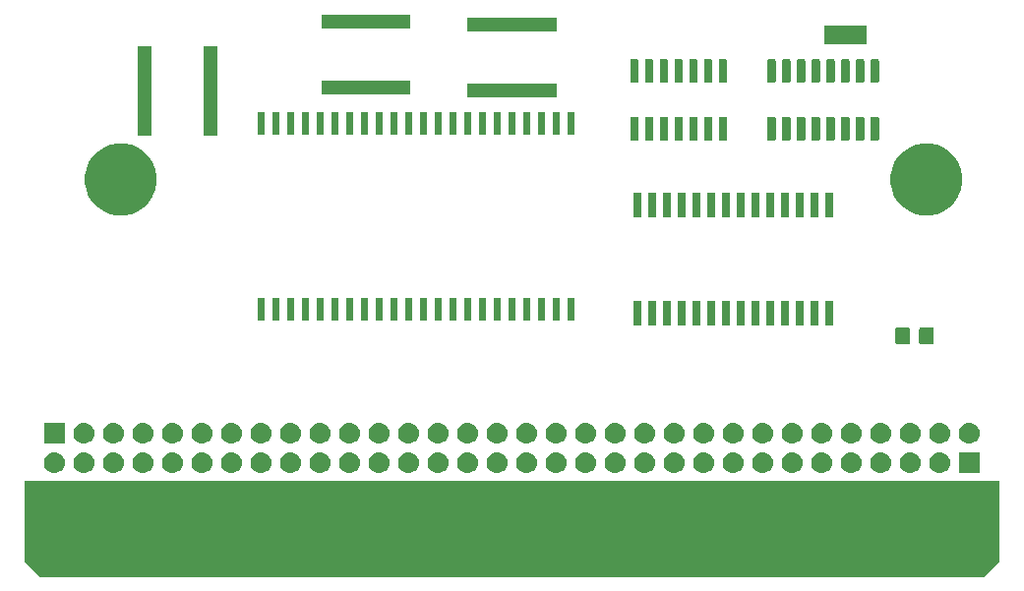
<source format=gbr>
G04 #@! TF.GenerationSoftware,KiCad,Pcbnew,(5.1.4)-1*
G04 #@! TF.CreationDate,2021-02-27T15:59:54-03:00*
G04 #@! TF.ProjectId,OpenDrive-Genesis,4f70656e-4472-4697-9665-2d47656e6573,rev?*
G04 #@! TF.SameCoordinates,Original*
G04 #@! TF.FileFunction,Soldermask,Top*
G04 #@! TF.FilePolarity,Negative*
%FSLAX46Y46*%
G04 Gerber Fmt 4.6, Leading zero omitted, Abs format (unit mm)*
G04 Created by KiCad (PCBNEW (5.1.4)-1) date 2021-02-27 15:59:54*
%MOMM*%
%LPD*%
G04 APERTURE LIST*
%ADD10C,0.100000*%
G04 APERTURE END LIST*
D10*
G36*
X50419000Y-84328000D02*
G01*
X134239000Y-84328000D01*
X134239000Y-91313000D01*
X132969000Y-92583000D01*
X51689000Y-92583000D01*
X50419000Y-91313000D01*
X50419000Y-84328000D01*
G37*
X50419000Y-84328000D02*
X134239000Y-84328000D01*
X134239000Y-91313000D01*
X132969000Y-92583000D01*
X51689000Y-92583000D01*
X50419000Y-91313000D01*
X50419000Y-84328000D01*
G36*
X114029442Y-81909518D02*
G01*
X114095627Y-81916037D01*
X114265466Y-81967557D01*
X114421991Y-82051222D01*
X114457729Y-82080552D01*
X114559186Y-82163814D01*
X114642448Y-82265271D01*
X114671778Y-82301009D01*
X114755443Y-82457534D01*
X114806963Y-82627373D01*
X114824359Y-82804000D01*
X114806963Y-82980627D01*
X114755443Y-83150466D01*
X114671778Y-83306991D01*
X114642448Y-83342729D01*
X114559186Y-83444186D01*
X114457729Y-83527448D01*
X114421991Y-83556778D01*
X114265466Y-83640443D01*
X114095627Y-83691963D01*
X114029442Y-83698482D01*
X113963260Y-83705000D01*
X113874740Y-83705000D01*
X113808558Y-83698482D01*
X113742373Y-83691963D01*
X113572534Y-83640443D01*
X113416009Y-83556778D01*
X113380271Y-83527448D01*
X113278814Y-83444186D01*
X113195552Y-83342729D01*
X113166222Y-83306991D01*
X113082557Y-83150466D01*
X113031037Y-82980627D01*
X113013641Y-82804000D01*
X113031037Y-82627373D01*
X113082557Y-82457534D01*
X113166222Y-82301009D01*
X113195552Y-82265271D01*
X113278814Y-82163814D01*
X113380271Y-82080552D01*
X113416009Y-82051222D01*
X113572534Y-81967557D01*
X113742373Y-81916037D01*
X113808558Y-81909518D01*
X113874740Y-81903000D01*
X113963260Y-81903000D01*
X114029442Y-81909518D01*
X114029442Y-81909518D01*
G37*
G36*
X129269442Y-81909518D02*
G01*
X129335627Y-81916037D01*
X129505466Y-81967557D01*
X129661991Y-82051222D01*
X129697729Y-82080552D01*
X129799186Y-82163814D01*
X129882448Y-82265271D01*
X129911778Y-82301009D01*
X129995443Y-82457534D01*
X130046963Y-82627373D01*
X130064359Y-82804000D01*
X130046963Y-82980627D01*
X129995443Y-83150466D01*
X129911778Y-83306991D01*
X129882448Y-83342729D01*
X129799186Y-83444186D01*
X129697729Y-83527448D01*
X129661991Y-83556778D01*
X129505466Y-83640443D01*
X129335627Y-83691963D01*
X129269442Y-83698482D01*
X129203260Y-83705000D01*
X129114740Y-83705000D01*
X129048558Y-83698482D01*
X128982373Y-83691963D01*
X128812534Y-83640443D01*
X128656009Y-83556778D01*
X128620271Y-83527448D01*
X128518814Y-83444186D01*
X128435552Y-83342729D01*
X128406222Y-83306991D01*
X128322557Y-83150466D01*
X128271037Y-82980627D01*
X128253641Y-82804000D01*
X128271037Y-82627373D01*
X128322557Y-82457534D01*
X128406222Y-82301009D01*
X128435552Y-82265271D01*
X128518814Y-82163814D01*
X128620271Y-82080552D01*
X128656009Y-82051222D01*
X128812534Y-81967557D01*
X128982373Y-81916037D01*
X129048558Y-81909518D01*
X129114740Y-81903000D01*
X129203260Y-81903000D01*
X129269442Y-81909518D01*
X129269442Y-81909518D01*
G37*
G36*
X96249442Y-81909518D02*
G01*
X96315627Y-81916037D01*
X96485466Y-81967557D01*
X96641991Y-82051222D01*
X96677729Y-82080552D01*
X96779186Y-82163814D01*
X96862448Y-82265271D01*
X96891778Y-82301009D01*
X96975443Y-82457534D01*
X97026963Y-82627373D01*
X97044359Y-82804000D01*
X97026963Y-82980627D01*
X96975443Y-83150466D01*
X96891778Y-83306991D01*
X96862448Y-83342729D01*
X96779186Y-83444186D01*
X96677729Y-83527448D01*
X96641991Y-83556778D01*
X96485466Y-83640443D01*
X96315627Y-83691963D01*
X96249442Y-83698482D01*
X96183260Y-83705000D01*
X96094740Y-83705000D01*
X96028558Y-83698482D01*
X95962373Y-83691963D01*
X95792534Y-83640443D01*
X95636009Y-83556778D01*
X95600271Y-83527448D01*
X95498814Y-83444186D01*
X95415552Y-83342729D01*
X95386222Y-83306991D01*
X95302557Y-83150466D01*
X95251037Y-82980627D01*
X95233641Y-82804000D01*
X95251037Y-82627373D01*
X95302557Y-82457534D01*
X95386222Y-82301009D01*
X95415552Y-82265271D01*
X95498814Y-82163814D01*
X95600271Y-82080552D01*
X95636009Y-82051222D01*
X95792534Y-81967557D01*
X95962373Y-81916037D01*
X96028558Y-81909518D01*
X96094740Y-81903000D01*
X96183260Y-81903000D01*
X96249442Y-81909518D01*
X96249442Y-81909518D01*
G37*
G36*
X98789442Y-81909518D02*
G01*
X98855627Y-81916037D01*
X99025466Y-81967557D01*
X99181991Y-82051222D01*
X99217729Y-82080552D01*
X99319186Y-82163814D01*
X99402448Y-82265271D01*
X99431778Y-82301009D01*
X99515443Y-82457534D01*
X99566963Y-82627373D01*
X99584359Y-82804000D01*
X99566963Y-82980627D01*
X99515443Y-83150466D01*
X99431778Y-83306991D01*
X99402448Y-83342729D01*
X99319186Y-83444186D01*
X99217729Y-83527448D01*
X99181991Y-83556778D01*
X99025466Y-83640443D01*
X98855627Y-83691963D01*
X98789442Y-83698482D01*
X98723260Y-83705000D01*
X98634740Y-83705000D01*
X98568558Y-83698482D01*
X98502373Y-83691963D01*
X98332534Y-83640443D01*
X98176009Y-83556778D01*
X98140271Y-83527448D01*
X98038814Y-83444186D01*
X97955552Y-83342729D01*
X97926222Y-83306991D01*
X97842557Y-83150466D01*
X97791037Y-82980627D01*
X97773641Y-82804000D01*
X97791037Y-82627373D01*
X97842557Y-82457534D01*
X97926222Y-82301009D01*
X97955552Y-82265271D01*
X98038814Y-82163814D01*
X98140271Y-82080552D01*
X98176009Y-82051222D01*
X98332534Y-81967557D01*
X98502373Y-81916037D01*
X98568558Y-81909518D01*
X98634740Y-81903000D01*
X98723260Y-81903000D01*
X98789442Y-81909518D01*
X98789442Y-81909518D01*
G37*
G36*
X101329442Y-81909518D02*
G01*
X101395627Y-81916037D01*
X101565466Y-81967557D01*
X101721991Y-82051222D01*
X101757729Y-82080552D01*
X101859186Y-82163814D01*
X101942448Y-82265271D01*
X101971778Y-82301009D01*
X102055443Y-82457534D01*
X102106963Y-82627373D01*
X102124359Y-82804000D01*
X102106963Y-82980627D01*
X102055443Y-83150466D01*
X101971778Y-83306991D01*
X101942448Y-83342729D01*
X101859186Y-83444186D01*
X101757729Y-83527448D01*
X101721991Y-83556778D01*
X101565466Y-83640443D01*
X101395627Y-83691963D01*
X101329442Y-83698482D01*
X101263260Y-83705000D01*
X101174740Y-83705000D01*
X101108558Y-83698482D01*
X101042373Y-83691963D01*
X100872534Y-83640443D01*
X100716009Y-83556778D01*
X100680271Y-83527448D01*
X100578814Y-83444186D01*
X100495552Y-83342729D01*
X100466222Y-83306991D01*
X100382557Y-83150466D01*
X100331037Y-82980627D01*
X100313641Y-82804000D01*
X100331037Y-82627373D01*
X100382557Y-82457534D01*
X100466222Y-82301009D01*
X100495552Y-82265271D01*
X100578814Y-82163814D01*
X100680271Y-82080552D01*
X100716009Y-82051222D01*
X100872534Y-81967557D01*
X101042373Y-81916037D01*
X101108558Y-81909518D01*
X101174740Y-81903000D01*
X101263260Y-81903000D01*
X101329442Y-81909518D01*
X101329442Y-81909518D01*
G37*
G36*
X103869442Y-81909518D02*
G01*
X103935627Y-81916037D01*
X104105466Y-81967557D01*
X104261991Y-82051222D01*
X104297729Y-82080552D01*
X104399186Y-82163814D01*
X104482448Y-82265271D01*
X104511778Y-82301009D01*
X104595443Y-82457534D01*
X104646963Y-82627373D01*
X104664359Y-82804000D01*
X104646963Y-82980627D01*
X104595443Y-83150466D01*
X104511778Y-83306991D01*
X104482448Y-83342729D01*
X104399186Y-83444186D01*
X104297729Y-83527448D01*
X104261991Y-83556778D01*
X104105466Y-83640443D01*
X103935627Y-83691963D01*
X103869442Y-83698482D01*
X103803260Y-83705000D01*
X103714740Y-83705000D01*
X103648558Y-83698482D01*
X103582373Y-83691963D01*
X103412534Y-83640443D01*
X103256009Y-83556778D01*
X103220271Y-83527448D01*
X103118814Y-83444186D01*
X103035552Y-83342729D01*
X103006222Y-83306991D01*
X102922557Y-83150466D01*
X102871037Y-82980627D01*
X102853641Y-82804000D01*
X102871037Y-82627373D01*
X102922557Y-82457534D01*
X103006222Y-82301009D01*
X103035552Y-82265271D01*
X103118814Y-82163814D01*
X103220271Y-82080552D01*
X103256009Y-82051222D01*
X103412534Y-81967557D01*
X103582373Y-81916037D01*
X103648558Y-81909518D01*
X103714740Y-81903000D01*
X103803260Y-81903000D01*
X103869442Y-81909518D01*
X103869442Y-81909518D01*
G37*
G36*
X106409442Y-81909518D02*
G01*
X106475627Y-81916037D01*
X106645466Y-81967557D01*
X106801991Y-82051222D01*
X106837729Y-82080552D01*
X106939186Y-82163814D01*
X107022448Y-82265271D01*
X107051778Y-82301009D01*
X107135443Y-82457534D01*
X107186963Y-82627373D01*
X107204359Y-82804000D01*
X107186963Y-82980627D01*
X107135443Y-83150466D01*
X107051778Y-83306991D01*
X107022448Y-83342729D01*
X106939186Y-83444186D01*
X106837729Y-83527448D01*
X106801991Y-83556778D01*
X106645466Y-83640443D01*
X106475627Y-83691963D01*
X106409442Y-83698482D01*
X106343260Y-83705000D01*
X106254740Y-83705000D01*
X106188558Y-83698482D01*
X106122373Y-83691963D01*
X105952534Y-83640443D01*
X105796009Y-83556778D01*
X105760271Y-83527448D01*
X105658814Y-83444186D01*
X105575552Y-83342729D01*
X105546222Y-83306991D01*
X105462557Y-83150466D01*
X105411037Y-82980627D01*
X105393641Y-82804000D01*
X105411037Y-82627373D01*
X105462557Y-82457534D01*
X105546222Y-82301009D01*
X105575552Y-82265271D01*
X105658814Y-82163814D01*
X105760271Y-82080552D01*
X105796009Y-82051222D01*
X105952534Y-81967557D01*
X106122373Y-81916037D01*
X106188558Y-81909518D01*
X106254740Y-81903000D01*
X106343260Y-81903000D01*
X106409442Y-81909518D01*
X106409442Y-81909518D01*
G37*
G36*
X108949442Y-81909518D02*
G01*
X109015627Y-81916037D01*
X109185466Y-81967557D01*
X109341991Y-82051222D01*
X109377729Y-82080552D01*
X109479186Y-82163814D01*
X109562448Y-82265271D01*
X109591778Y-82301009D01*
X109675443Y-82457534D01*
X109726963Y-82627373D01*
X109744359Y-82804000D01*
X109726963Y-82980627D01*
X109675443Y-83150466D01*
X109591778Y-83306991D01*
X109562448Y-83342729D01*
X109479186Y-83444186D01*
X109377729Y-83527448D01*
X109341991Y-83556778D01*
X109185466Y-83640443D01*
X109015627Y-83691963D01*
X108949442Y-83698482D01*
X108883260Y-83705000D01*
X108794740Y-83705000D01*
X108728558Y-83698482D01*
X108662373Y-83691963D01*
X108492534Y-83640443D01*
X108336009Y-83556778D01*
X108300271Y-83527448D01*
X108198814Y-83444186D01*
X108115552Y-83342729D01*
X108086222Y-83306991D01*
X108002557Y-83150466D01*
X107951037Y-82980627D01*
X107933641Y-82804000D01*
X107951037Y-82627373D01*
X108002557Y-82457534D01*
X108086222Y-82301009D01*
X108115552Y-82265271D01*
X108198814Y-82163814D01*
X108300271Y-82080552D01*
X108336009Y-82051222D01*
X108492534Y-81967557D01*
X108662373Y-81916037D01*
X108728558Y-81909518D01*
X108794740Y-81903000D01*
X108883260Y-81903000D01*
X108949442Y-81909518D01*
X108949442Y-81909518D01*
G37*
G36*
X111489442Y-81909518D02*
G01*
X111555627Y-81916037D01*
X111725466Y-81967557D01*
X111881991Y-82051222D01*
X111917729Y-82080552D01*
X112019186Y-82163814D01*
X112102448Y-82265271D01*
X112131778Y-82301009D01*
X112215443Y-82457534D01*
X112266963Y-82627373D01*
X112284359Y-82804000D01*
X112266963Y-82980627D01*
X112215443Y-83150466D01*
X112131778Y-83306991D01*
X112102448Y-83342729D01*
X112019186Y-83444186D01*
X111917729Y-83527448D01*
X111881991Y-83556778D01*
X111725466Y-83640443D01*
X111555627Y-83691963D01*
X111489442Y-83698482D01*
X111423260Y-83705000D01*
X111334740Y-83705000D01*
X111268558Y-83698482D01*
X111202373Y-83691963D01*
X111032534Y-83640443D01*
X110876009Y-83556778D01*
X110840271Y-83527448D01*
X110738814Y-83444186D01*
X110655552Y-83342729D01*
X110626222Y-83306991D01*
X110542557Y-83150466D01*
X110491037Y-82980627D01*
X110473641Y-82804000D01*
X110491037Y-82627373D01*
X110542557Y-82457534D01*
X110626222Y-82301009D01*
X110655552Y-82265271D01*
X110738814Y-82163814D01*
X110840271Y-82080552D01*
X110876009Y-82051222D01*
X111032534Y-81967557D01*
X111202373Y-81916037D01*
X111268558Y-81909518D01*
X111334740Y-81903000D01*
X111423260Y-81903000D01*
X111489442Y-81909518D01*
X111489442Y-81909518D01*
G37*
G36*
X91169442Y-81909518D02*
G01*
X91235627Y-81916037D01*
X91405466Y-81967557D01*
X91561991Y-82051222D01*
X91597729Y-82080552D01*
X91699186Y-82163814D01*
X91782448Y-82265271D01*
X91811778Y-82301009D01*
X91895443Y-82457534D01*
X91946963Y-82627373D01*
X91964359Y-82804000D01*
X91946963Y-82980627D01*
X91895443Y-83150466D01*
X91811778Y-83306991D01*
X91782448Y-83342729D01*
X91699186Y-83444186D01*
X91597729Y-83527448D01*
X91561991Y-83556778D01*
X91405466Y-83640443D01*
X91235627Y-83691963D01*
X91169442Y-83698482D01*
X91103260Y-83705000D01*
X91014740Y-83705000D01*
X90948558Y-83698482D01*
X90882373Y-83691963D01*
X90712534Y-83640443D01*
X90556009Y-83556778D01*
X90520271Y-83527448D01*
X90418814Y-83444186D01*
X90335552Y-83342729D01*
X90306222Y-83306991D01*
X90222557Y-83150466D01*
X90171037Y-82980627D01*
X90153641Y-82804000D01*
X90171037Y-82627373D01*
X90222557Y-82457534D01*
X90306222Y-82301009D01*
X90335552Y-82265271D01*
X90418814Y-82163814D01*
X90520271Y-82080552D01*
X90556009Y-82051222D01*
X90712534Y-81967557D01*
X90882373Y-81916037D01*
X90948558Y-81909518D01*
X91014740Y-81903000D01*
X91103260Y-81903000D01*
X91169442Y-81909518D01*
X91169442Y-81909518D01*
G37*
G36*
X116569442Y-81909518D02*
G01*
X116635627Y-81916037D01*
X116805466Y-81967557D01*
X116961991Y-82051222D01*
X116997729Y-82080552D01*
X117099186Y-82163814D01*
X117182448Y-82265271D01*
X117211778Y-82301009D01*
X117295443Y-82457534D01*
X117346963Y-82627373D01*
X117364359Y-82804000D01*
X117346963Y-82980627D01*
X117295443Y-83150466D01*
X117211778Y-83306991D01*
X117182448Y-83342729D01*
X117099186Y-83444186D01*
X116997729Y-83527448D01*
X116961991Y-83556778D01*
X116805466Y-83640443D01*
X116635627Y-83691963D01*
X116569442Y-83698482D01*
X116503260Y-83705000D01*
X116414740Y-83705000D01*
X116348558Y-83698482D01*
X116282373Y-83691963D01*
X116112534Y-83640443D01*
X115956009Y-83556778D01*
X115920271Y-83527448D01*
X115818814Y-83444186D01*
X115735552Y-83342729D01*
X115706222Y-83306991D01*
X115622557Y-83150466D01*
X115571037Y-82980627D01*
X115553641Y-82804000D01*
X115571037Y-82627373D01*
X115622557Y-82457534D01*
X115706222Y-82301009D01*
X115735552Y-82265271D01*
X115818814Y-82163814D01*
X115920271Y-82080552D01*
X115956009Y-82051222D01*
X116112534Y-81967557D01*
X116282373Y-81916037D01*
X116348558Y-81909518D01*
X116414740Y-81903000D01*
X116503260Y-81903000D01*
X116569442Y-81909518D01*
X116569442Y-81909518D01*
G37*
G36*
X119109442Y-81909518D02*
G01*
X119175627Y-81916037D01*
X119345466Y-81967557D01*
X119501991Y-82051222D01*
X119537729Y-82080552D01*
X119639186Y-82163814D01*
X119722448Y-82265271D01*
X119751778Y-82301009D01*
X119835443Y-82457534D01*
X119886963Y-82627373D01*
X119904359Y-82804000D01*
X119886963Y-82980627D01*
X119835443Y-83150466D01*
X119751778Y-83306991D01*
X119722448Y-83342729D01*
X119639186Y-83444186D01*
X119537729Y-83527448D01*
X119501991Y-83556778D01*
X119345466Y-83640443D01*
X119175627Y-83691963D01*
X119109442Y-83698482D01*
X119043260Y-83705000D01*
X118954740Y-83705000D01*
X118888558Y-83698482D01*
X118822373Y-83691963D01*
X118652534Y-83640443D01*
X118496009Y-83556778D01*
X118460271Y-83527448D01*
X118358814Y-83444186D01*
X118275552Y-83342729D01*
X118246222Y-83306991D01*
X118162557Y-83150466D01*
X118111037Y-82980627D01*
X118093641Y-82804000D01*
X118111037Y-82627373D01*
X118162557Y-82457534D01*
X118246222Y-82301009D01*
X118275552Y-82265271D01*
X118358814Y-82163814D01*
X118460271Y-82080552D01*
X118496009Y-82051222D01*
X118652534Y-81967557D01*
X118822373Y-81916037D01*
X118888558Y-81909518D01*
X118954740Y-81903000D01*
X119043260Y-81903000D01*
X119109442Y-81909518D01*
X119109442Y-81909518D01*
G37*
G36*
X121649442Y-81909518D02*
G01*
X121715627Y-81916037D01*
X121885466Y-81967557D01*
X122041991Y-82051222D01*
X122077729Y-82080552D01*
X122179186Y-82163814D01*
X122262448Y-82265271D01*
X122291778Y-82301009D01*
X122375443Y-82457534D01*
X122426963Y-82627373D01*
X122444359Y-82804000D01*
X122426963Y-82980627D01*
X122375443Y-83150466D01*
X122291778Y-83306991D01*
X122262448Y-83342729D01*
X122179186Y-83444186D01*
X122077729Y-83527448D01*
X122041991Y-83556778D01*
X121885466Y-83640443D01*
X121715627Y-83691963D01*
X121649442Y-83698482D01*
X121583260Y-83705000D01*
X121494740Y-83705000D01*
X121428558Y-83698482D01*
X121362373Y-83691963D01*
X121192534Y-83640443D01*
X121036009Y-83556778D01*
X121000271Y-83527448D01*
X120898814Y-83444186D01*
X120815552Y-83342729D01*
X120786222Y-83306991D01*
X120702557Y-83150466D01*
X120651037Y-82980627D01*
X120633641Y-82804000D01*
X120651037Y-82627373D01*
X120702557Y-82457534D01*
X120786222Y-82301009D01*
X120815552Y-82265271D01*
X120898814Y-82163814D01*
X121000271Y-82080552D01*
X121036009Y-82051222D01*
X121192534Y-81967557D01*
X121362373Y-81916037D01*
X121428558Y-81909518D01*
X121494740Y-81903000D01*
X121583260Y-81903000D01*
X121649442Y-81909518D01*
X121649442Y-81909518D01*
G37*
G36*
X124189442Y-81909518D02*
G01*
X124255627Y-81916037D01*
X124425466Y-81967557D01*
X124581991Y-82051222D01*
X124617729Y-82080552D01*
X124719186Y-82163814D01*
X124802448Y-82265271D01*
X124831778Y-82301009D01*
X124915443Y-82457534D01*
X124966963Y-82627373D01*
X124984359Y-82804000D01*
X124966963Y-82980627D01*
X124915443Y-83150466D01*
X124831778Y-83306991D01*
X124802448Y-83342729D01*
X124719186Y-83444186D01*
X124617729Y-83527448D01*
X124581991Y-83556778D01*
X124425466Y-83640443D01*
X124255627Y-83691963D01*
X124189442Y-83698482D01*
X124123260Y-83705000D01*
X124034740Y-83705000D01*
X123968558Y-83698482D01*
X123902373Y-83691963D01*
X123732534Y-83640443D01*
X123576009Y-83556778D01*
X123540271Y-83527448D01*
X123438814Y-83444186D01*
X123355552Y-83342729D01*
X123326222Y-83306991D01*
X123242557Y-83150466D01*
X123191037Y-82980627D01*
X123173641Y-82804000D01*
X123191037Y-82627373D01*
X123242557Y-82457534D01*
X123326222Y-82301009D01*
X123355552Y-82265271D01*
X123438814Y-82163814D01*
X123540271Y-82080552D01*
X123576009Y-82051222D01*
X123732534Y-81967557D01*
X123902373Y-81916037D01*
X123968558Y-81909518D01*
X124034740Y-81903000D01*
X124123260Y-81903000D01*
X124189442Y-81909518D01*
X124189442Y-81909518D01*
G37*
G36*
X126729442Y-81909518D02*
G01*
X126795627Y-81916037D01*
X126965466Y-81967557D01*
X127121991Y-82051222D01*
X127157729Y-82080552D01*
X127259186Y-82163814D01*
X127342448Y-82265271D01*
X127371778Y-82301009D01*
X127455443Y-82457534D01*
X127506963Y-82627373D01*
X127524359Y-82804000D01*
X127506963Y-82980627D01*
X127455443Y-83150466D01*
X127371778Y-83306991D01*
X127342448Y-83342729D01*
X127259186Y-83444186D01*
X127157729Y-83527448D01*
X127121991Y-83556778D01*
X126965466Y-83640443D01*
X126795627Y-83691963D01*
X126729442Y-83698482D01*
X126663260Y-83705000D01*
X126574740Y-83705000D01*
X126508558Y-83698482D01*
X126442373Y-83691963D01*
X126272534Y-83640443D01*
X126116009Y-83556778D01*
X126080271Y-83527448D01*
X125978814Y-83444186D01*
X125895552Y-83342729D01*
X125866222Y-83306991D01*
X125782557Y-83150466D01*
X125731037Y-82980627D01*
X125713641Y-82804000D01*
X125731037Y-82627373D01*
X125782557Y-82457534D01*
X125866222Y-82301009D01*
X125895552Y-82265271D01*
X125978814Y-82163814D01*
X126080271Y-82080552D01*
X126116009Y-82051222D01*
X126272534Y-81967557D01*
X126442373Y-81916037D01*
X126508558Y-81909518D01*
X126574740Y-81903000D01*
X126663260Y-81903000D01*
X126729442Y-81909518D01*
X126729442Y-81909518D01*
G37*
G36*
X132600000Y-83705000D02*
G01*
X130798000Y-83705000D01*
X130798000Y-81903000D01*
X132600000Y-81903000D01*
X132600000Y-83705000D01*
X132600000Y-83705000D01*
G37*
G36*
X70849442Y-81909518D02*
G01*
X70915627Y-81916037D01*
X71085466Y-81967557D01*
X71241991Y-82051222D01*
X71277729Y-82080552D01*
X71379186Y-82163814D01*
X71462448Y-82265271D01*
X71491778Y-82301009D01*
X71575443Y-82457534D01*
X71626963Y-82627373D01*
X71644359Y-82804000D01*
X71626963Y-82980627D01*
X71575443Y-83150466D01*
X71491778Y-83306991D01*
X71462448Y-83342729D01*
X71379186Y-83444186D01*
X71277729Y-83527448D01*
X71241991Y-83556778D01*
X71085466Y-83640443D01*
X70915627Y-83691963D01*
X70849442Y-83698482D01*
X70783260Y-83705000D01*
X70694740Y-83705000D01*
X70628558Y-83698482D01*
X70562373Y-83691963D01*
X70392534Y-83640443D01*
X70236009Y-83556778D01*
X70200271Y-83527448D01*
X70098814Y-83444186D01*
X70015552Y-83342729D01*
X69986222Y-83306991D01*
X69902557Y-83150466D01*
X69851037Y-82980627D01*
X69833641Y-82804000D01*
X69851037Y-82627373D01*
X69902557Y-82457534D01*
X69986222Y-82301009D01*
X70015552Y-82265271D01*
X70098814Y-82163814D01*
X70200271Y-82080552D01*
X70236009Y-82051222D01*
X70392534Y-81967557D01*
X70562373Y-81916037D01*
X70628558Y-81909518D01*
X70694740Y-81903000D01*
X70783260Y-81903000D01*
X70849442Y-81909518D01*
X70849442Y-81909518D01*
G37*
G36*
X55609442Y-81909518D02*
G01*
X55675627Y-81916037D01*
X55845466Y-81967557D01*
X56001991Y-82051222D01*
X56037729Y-82080552D01*
X56139186Y-82163814D01*
X56222448Y-82265271D01*
X56251778Y-82301009D01*
X56335443Y-82457534D01*
X56386963Y-82627373D01*
X56404359Y-82804000D01*
X56386963Y-82980627D01*
X56335443Y-83150466D01*
X56251778Y-83306991D01*
X56222448Y-83342729D01*
X56139186Y-83444186D01*
X56037729Y-83527448D01*
X56001991Y-83556778D01*
X55845466Y-83640443D01*
X55675627Y-83691963D01*
X55609442Y-83698482D01*
X55543260Y-83705000D01*
X55454740Y-83705000D01*
X55388558Y-83698482D01*
X55322373Y-83691963D01*
X55152534Y-83640443D01*
X54996009Y-83556778D01*
X54960271Y-83527448D01*
X54858814Y-83444186D01*
X54775552Y-83342729D01*
X54746222Y-83306991D01*
X54662557Y-83150466D01*
X54611037Y-82980627D01*
X54593641Y-82804000D01*
X54611037Y-82627373D01*
X54662557Y-82457534D01*
X54746222Y-82301009D01*
X54775552Y-82265271D01*
X54858814Y-82163814D01*
X54960271Y-82080552D01*
X54996009Y-82051222D01*
X55152534Y-81967557D01*
X55322373Y-81916037D01*
X55388558Y-81909518D01*
X55454740Y-81903000D01*
X55543260Y-81903000D01*
X55609442Y-81909518D01*
X55609442Y-81909518D01*
G37*
G36*
X53069442Y-81909518D02*
G01*
X53135627Y-81916037D01*
X53305466Y-81967557D01*
X53461991Y-82051222D01*
X53497729Y-82080552D01*
X53599186Y-82163814D01*
X53682448Y-82265271D01*
X53711778Y-82301009D01*
X53795443Y-82457534D01*
X53846963Y-82627373D01*
X53864359Y-82804000D01*
X53846963Y-82980627D01*
X53795443Y-83150466D01*
X53711778Y-83306991D01*
X53682448Y-83342729D01*
X53599186Y-83444186D01*
X53497729Y-83527448D01*
X53461991Y-83556778D01*
X53305466Y-83640443D01*
X53135627Y-83691963D01*
X53069442Y-83698482D01*
X53003260Y-83705000D01*
X52914740Y-83705000D01*
X52848558Y-83698482D01*
X52782373Y-83691963D01*
X52612534Y-83640443D01*
X52456009Y-83556778D01*
X52420271Y-83527448D01*
X52318814Y-83444186D01*
X52235552Y-83342729D01*
X52206222Y-83306991D01*
X52122557Y-83150466D01*
X52071037Y-82980627D01*
X52053641Y-82804000D01*
X52071037Y-82627373D01*
X52122557Y-82457534D01*
X52206222Y-82301009D01*
X52235552Y-82265271D01*
X52318814Y-82163814D01*
X52420271Y-82080552D01*
X52456009Y-82051222D01*
X52612534Y-81967557D01*
X52782373Y-81916037D01*
X52848558Y-81909518D01*
X52914740Y-81903000D01*
X53003260Y-81903000D01*
X53069442Y-81909518D01*
X53069442Y-81909518D01*
G37*
G36*
X88629442Y-81909518D02*
G01*
X88695627Y-81916037D01*
X88865466Y-81967557D01*
X89021991Y-82051222D01*
X89057729Y-82080552D01*
X89159186Y-82163814D01*
X89242448Y-82265271D01*
X89271778Y-82301009D01*
X89355443Y-82457534D01*
X89406963Y-82627373D01*
X89424359Y-82804000D01*
X89406963Y-82980627D01*
X89355443Y-83150466D01*
X89271778Y-83306991D01*
X89242448Y-83342729D01*
X89159186Y-83444186D01*
X89057729Y-83527448D01*
X89021991Y-83556778D01*
X88865466Y-83640443D01*
X88695627Y-83691963D01*
X88629442Y-83698482D01*
X88563260Y-83705000D01*
X88474740Y-83705000D01*
X88408558Y-83698482D01*
X88342373Y-83691963D01*
X88172534Y-83640443D01*
X88016009Y-83556778D01*
X87980271Y-83527448D01*
X87878814Y-83444186D01*
X87795552Y-83342729D01*
X87766222Y-83306991D01*
X87682557Y-83150466D01*
X87631037Y-82980627D01*
X87613641Y-82804000D01*
X87631037Y-82627373D01*
X87682557Y-82457534D01*
X87766222Y-82301009D01*
X87795552Y-82265271D01*
X87878814Y-82163814D01*
X87980271Y-82080552D01*
X88016009Y-82051222D01*
X88172534Y-81967557D01*
X88342373Y-81916037D01*
X88408558Y-81909518D01*
X88474740Y-81903000D01*
X88563260Y-81903000D01*
X88629442Y-81909518D01*
X88629442Y-81909518D01*
G37*
G36*
X86089442Y-81909518D02*
G01*
X86155627Y-81916037D01*
X86325466Y-81967557D01*
X86481991Y-82051222D01*
X86517729Y-82080552D01*
X86619186Y-82163814D01*
X86702448Y-82265271D01*
X86731778Y-82301009D01*
X86815443Y-82457534D01*
X86866963Y-82627373D01*
X86884359Y-82804000D01*
X86866963Y-82980627D01*
X86815443Y-83150466D01*
X86731778Y-83306991D01*
X86702448Y-83342729D01*
X86619186Y-83444186D01*
X86517729Y-83527448D01*
X86481991Y-83556778D01*
X86325466Y-83640443D01*
X86155627Y-83691963D01*
X86089442Y-83698482D01*
X86023260Y-83705000D01*
X85934740Y-83705000D01*
X85868558Y-83698482D01*
X85802373Y-83691963D01*
X85632534Y-83640443D01*
X85476009Y-83556778D01*
X85440271Y-83527448D01*
X85338814Y-83444186D01*
X85255552Y-83342729D01*
X85226222Y-83306991D01*
X85142557Y-83150466D01*
X85091037Y-82980627D01*
X85073641Y-82804000D01*
X85091037Y-82627373D01*
X85142557Y-82457534D01*
X85226222Y-82301009D01*
X85255552Y-82265271D01*
X85338814Y-82163814D01*
X85440271Y-82080552D01*
X85476009Y-82051222D01*
X85632534Y-81967557D01*
X85802373Y-81916037D01*
X85868558Y-81909518D01*
X85934740Y-81903000D01*
X86023260Y-81903000D01*
X86089442Y-81909518D01*
X86089442Y-81909518D01*
G37*
G36*
X83549442Y-81909518D02*
G01*
X83615627Y-81916037D01*
X83785466Y-81967557D01*
X83941991Y-82051222D01*
X83977729Y-82080552D01*
X84079186Y-82163814D01*
X84162448Y-82265271D01*
X84191778Y-82301009D01*
X84275443Y-82457534D01*
X84326963Y-82627373D01*
X84344359Y-82804000D01*
X84326963Y-82980627D01*
X84275443Y-83150466D01*
X84191778Y-83306991D01*
X84162448Y-83342729D01*
X84079186Y-83444186D01*
X83977729Y-83527448D01*
X83941991Y-83556778D01*
X83785466Y-83640443D01*
X83615627Y-83691963D01*
X83549442Y-83698482D01*
X83483260Y-83705000D01*
X83394740Y-83705000D01*
X83328558Y-83698482D01*
X83262373Y-83691963D01*
X83092534Y-83640443D01*
X82936009Y-83556778D01*
X82900271Y-83527448D01*
X82798814Y-83444186D01*
X82715552Y-83342729D01*
X82686222Y-83306991D01*
X82602557Y-83150466D01*
X82551037Y-82980627D01*
X82533641Y-82804000D01*
X82551037Y-82627373D01*
X82602557Y-82457534D01*
X82686222Y-82301009D01*
X82715552Y-82265271D01*
X82798814Y-82163814D01*
X82900271Y-82080552D01*
X82936009Y-82051222D01*
X83092534Y-81967557D01*
X83262373Y-81916037D01*
X83328558Y-81909518D01*
X83394740Y-81903000D01*
X83483260Y-81903000D01*
X83549442Y-81909518D01*
X83549442Y-81909518D01*
G37*
G36*
X81009442Y-81909518D02*
G01*
X81075627Y-81916037D01*
X81245466Y-81967557D01*
X81401991Y-82051222D01*
X81437729Y-82080552D01*
X81539186Y-82163814D01*
X81622448Y-82265271D01*
X81651778Y-82301009D01*
X81735443Y-82457534D01*
X81786963Y-82627373D01*
X81804359Y-82804000D01*
X81786963Y-82980627D01*
X81735443Y-83150466D01*
X81651778Y-83306991D01*
X81622448Y-83342729D01*
X81539186Y-83444186D01*
X81437729Y-83527448D01*
X81401991Y-83556778D01*
X81245466Y-83640443D01*
X81075627Y-83691963D01*
X81009442Y-83698482D01*
X80943260Y-83705000D01*
X80854740Y-83705000D01*
X80788558Y-83698482D01*
X80722373Y-83691963D01*
X80552534Y-83640443D01*
X80396009Y-83556778D01*
X80360271Y-83527448D01*
X80258814Y-83444186D01*
X80175552Y-83342729D01*
X80146222Y-83306991D01*
X80062557Y-83150466D01*
X80011037Y-82980627D01*
X79993641Y-82804000D01*
X80011037Y-82627373D01*
X80062557Y-82457534D01*
X80146222Y-82301009D01*
X80175552Y-82265271D01*
X80258814Y-82163814D01*
X80360271Y-82080552D01*
X80396009Y-82051222D01*
X80552534Y-81967557D01*
X80722373Y-81916037D01*
X80788558Y-81909518D01*
X80854740Y-81903000D01*
X80943260Y-81903000D01*
X81009442Y-81909518D01*
X81009442Y-81909518D01*
G37*
G36*
X78469442Y-81909518D02*
G01*
X78535627Y-81916037D01*
X78705466Y-81967557D01*
X78861991Y-82051222D01*
X78897729Y-82080552D01*
X78999186Y-82163814D01*
X79082448Y-82265271D01*
X79111778Y-82301009D01*
X79195443Y-82457534D01*
X79246963Y-82627373D01*
X79264359Y-82804000D01*
X79246963Y-82980627D01*
X79195443Y-83150466D01*
X79111778Y-83306991D01*
X79082448Y-83342729D01*
X78999186Y-83444186D01*
X78897729Y-83527448D01*
X78861991Y-83556778D01*
X78705466Y-83640443D01*
X78535627Y-83691963D01*
X78469442Y-83698482D01*
X78403260Y-83705000D01*
X78314740Y-83705000D01*
X78248558Y-83698482D01*
X78182373Y-83691963D01*
X78012534Y-83640443D01*
X77856009Y-83556778D01*
X77820271Y-83527448D01*
X77718814Y-83444186D01*
X77635552Y-83342729D01*
X77606222Y-83306991D01*
X77522557Y-83150466D01*
X77471037Y-82980627D01*
X77453641Y-82804000D01*
X77471037Y-82627373D01*
X77522557Y-82457534D01*
X77606222Y-82301009D01*
X77635552Y-82265271D01*
X77718814Y-82163814D01*
X77820271Y-82080552D01*
X77856009Y-82051222D01*
X78012534Y-81967557D01*
X78182373Y-81916037D01*
X78248558Y-81909518D01*
X78314740Y-81903000D01*
X78403260Y-81903000D01*
X78469442Y-81909518D01*
X78469442Y-81909518D01*
G37*
G36*
X75929442Y-81909518D02*
G01*
X75995627Y-81916037D01*
X76165466Y-81967557D01*
X76321991Y-82051222D01*
X76357729Y-82080552D01*
X76459186Y-82163814D01*
X76542448Y-82265271D01*
X76571778Y-82301009D01*
X76655443Y-82457534D01*
X76706963Y-82627373D01*
X76724359Y-82804000D01*
X76706963Y-82980627D01*
X76655443Y-83150466D01*
X76571778Y-83306991D01*
X76542448Y-83342729D01*
X76459186Y-83444186D01*
X76357729Y-83527448D01*
X76321991Y-83556778D01*
X76165466Y-83640443D01*
X75995627Y-83691963D01*
X75929442Y-83698482D01*
X75863260Y-83705000D01*
X75774740Y-83705000D01*
X75708558Y-83698482D01*
X75642373Y-83691963D01*
X75472534Y-83640443D01*
X75316009Y-83556778D01*
X75280271Y-83527448D01*
X75178814Y-83444186D01*
X75095552Y-83342729D01*
X75066222Y-83306991D01*
X74982557Y-83150466D01*
X74931037Y-82980627D01*
X74913641Y-82804000D01*
X74931037Y-82627373D01*
X74982557Y-82457534D01*
X75066222Y-82301009D01*
X75095552Y-82265271D01*
X75178814Y-82163814D01*
X75280271Y-82080552D01*
X75316009Y-82051222D01*
X75472534Y-81967557D01*
X75642373Y-81916037D01*
X75708558Y-81909518D01*
X75774740Y-81903000D01*
X75863260Y-81903000D01*
X75929442Y-81909518D01*
X75929442Y-81909518D01*
G37*
G36*
X73389442Y-81909518D02*
G01*
X73455627Y-81916037D01*
X73625466Y-81967557D01*
X73781991Y-82051222D01*
X73817729Y-82080552D01*
X73919186Y-82163814D01*
X74002448Y-82265271D01*
X74031778Y-82301009D01*
X74115443Y-82457534D01*
X74166963Y-82627373D01*
X74184359Y-82804000D01*
X74166963Y-82980627D01*
X74115443Y-83150466D01*
X74031778Y-83306991D01*
X74002448Y-83342729D01*
X73919186Y-83444186D01*
X73817729Y-83527448D01*
X73781991Y-83556778D01*
X73625466Y-83640443D01*
X73455627Y-83691963D01*
X73389442Y-83698482D01*
X73323260Y-83705000D01*
X73234740Y-83705000D01*
X73168558Y-83698482D01*
X73102373Y-83691963D01*
X72932534Y-83640443D01*
X72776009Y-83556778D01*
X72740271Y-83527448D01*
X72638814Y-83444186D01*
X72555552Y-83342729D01*
X72526222Y-83306991D01*
X72442557Y-83150466D01*
X72391037Y-82980627D01*
X72373641Y-82804000D01*
X72391037Y-82627373D01*
X72442557Y-82457534D01*
X72526222Y-82301009D01*
X72555552Y-82265271D01*
X72638814Y-82163814D01*
X72740271Y-82080552D01*
X72776009Y-82051222D01*
X72932534Y-81967557D01*
X73102373Y-81916037D01*
X73168558Y-81909518D01*
X73234740Y-81903000D01*
X73323260Y-81903000D01*
X73389442Y-81909518D01*
X73389442Y-81909518D01*
G37*
G36*
X93709442Y-81909518D02*
G01*
X93775627Y-81916037D01*
X93945466Y-81967557D01*
X94101991Y-82051222D01*
X94137729Y-82080552D01*
X94239186Y-82163814D01*
X94322448Y-82265271D01*
X94351778Y-82301009D01*
X94435443Y-82457534D01*
X94486963Y-82627373D01*
X94504359Y-82804000D01*
X94486963Y-82980627D01*
X94435443Y-83150466D01*
X94351778Y-83306991D01*
X94322448Y-83342729D01*
X94239186Y-83444186D01*
X94137729Y-83527448D01*
X94101991Y-83556778D01*
X93945466Y-83640443D01*
X93775627Y-83691963D01*
X93709442Y-83698482D01*
X93643260Y-83705000D01*
X93554740Y-83705000D01*
X93488558Y-83698482D01*
X93422373Y-83691963D01*
X93252534Y-83640443D01*
X93096009Y-83556778D01*
X93060271Y-83527448D01*
X92958814Y-83444186D01*
X92875552Y-83342729D01*
X92846222Y-83306991D01*
X92762557Y-83150466D01*
X92711037Y-82980627D01*
X92693641Y-82804000D01*
X92711037Y-82627373D01*
X92762557Y-82457534D01*
X92846222Y-82301009D01*
X92875552Y-82265271D01*
X92958814Y-82163814D01*
X93060271Y-82080552D01*
X93096009Y-82051222D01*
X93252534Y-81967557D01*
X93422373Y-81916037D01*
X93488558Y-81909518D01*
X93554740Y-81903000D01*
X93643260Y-81903000D01*
X93709442Y-81909518D01*
X93709442Y-81909518D01*
G37*
G36*
X68309442Y-81909518D02*
G01*
X68375627Y-81916037D01*
X68545466Y-81967557D01*
X68701991Y-82051222D01*
X68737729Y-82080552D01*
X68839186Y-82163814D01*
X68922448Y-82265271D01*
X68951778Y-82301009D01*
X69035443Y-82457534D01*
X69086963Y-82627373D01*
X69104359Y-82804000D01*
X69086963Y-82980627D01*
X69035443Y-83150466D01*
X68951778Y-83306991D01*
X68922448Y-83342729D01*
X68839186Y-83444186D01*
X68737729Y-83527448D01*
X68701991Y-83556778D01*
X68545466Y-83640443D01*
X68375627Y-83691963D01*
X68309442Y-83698482D01*
X68243260Y-83705000D01*
X68154740Y-83705000D01*
X68088558Y-83698482D01*
X68022373Y-83691963D01*
X67852534Y-83640443D01*
X67696009Y-83556778D01*
X67660271Y-83527448D01*
X67558814Y-83444186D01*
X67475552Y-83342729D01*
X67446222Y-83306991D01*
X67362557Y-83150466D01*
X67311037Y-82980627D01*
X67293641Y-82804000D01*
X67311037Y-82627373D01*
X67362557Y-82457534D01*
X67446222Y-82301009D01*
X67475552Y-82265271D01*
X67558814Y-82163814D01*
X67660271Y-82080552D01*
X67696009Y-82051222D01*
X67852534Y-81967557D01*
X68022373Y-81916037D01*
X68088558Y-81909518D01*
X68154740Y-81903000D01*
X68243260Y-81903000D01*
X68309442Y-81909518D01*
X68309442Y-81909518D01*
G37*
G36*
X65769442Y-81909518D02*
G01*
X65835627Y-81916037D01*
X66005466Y-81967557D01*
X66161991Y-82051222D01*
X66197729Y-82080552D01*
X66299186Y-82163814D01*
X66382448Y-82265271D01*
X66411778Y-82301009D01*
X66495443Y-82457534D01*
X66546963Y-82627373D01*
X66564359Y-82804000D01*
X66546963Y-82980627D01*
X66495443Y-83150466D01*
X66411778Y-83306991D01*
X66382448Y-83342729D01*
X66299186Y-83444186D01*
X66197729Y-83527448D01*
X66161991Y-83556778D01*
X66005466Y-83640443D01*
X65835627Y-83691963D01*
X65769442Y-83698482D01*
X65703260Y-83705000D01*
X65614740Y-83705000D01*
X65548558Y-83698482D01*
X65482373Y-83691963D01*
X65312534Y-83640443D01*
X65156009Y-83556778D01*
X65120271Y-83527448D01*
X65018814Y-83444186D01*
X64935552Y-83342729D01*
X64906222Y-83306991D01*
X64822557Y-83150466D01*
X64771037Y-82980627D01*
X64753641Y-82804000D01*
X64771037Y-82627373D01*
X64822557Y-82457534D01*
X64906222Y-82301009D01*
X64935552Y-82265271D01*
X65018814Y-82163814D01*
X65120271Y-82080552D01*
X65156009Y-82051222D01*
X65312534Y-81967557D01*
X65482373Y-81916037D01*
X65548558Y-81909518D01*
X65614740Y-81903000D01*
X65703260Y-81903000D01*
X65769442Y-81909518D01*
X65769442Y-81909518D01*
G37*
G36*
X63229442Y-81909518D02*
G01*
X63295627Y-81916037D01*
X63465466Y-81967557D01*
X63621991Y-82051222D01*
X63657729Y-82080552D01*
X63759186Y-82163814D01*
X63842448Y-82265271D01*
X63871778Y-82301009D01*
X63955443Y-82457534D01*
X64006963Y-82627373D01*
X64024359Y-82804000D01*
X64006963Y-82980627D01*
X63955443Y-83150466D01*
X63871778Y-83306991D01*
X63842448Y-83342729D01*
X63759186Y-83444186D01*
X63657729Y-83527448D01*
X63621991Y-83556778D01*
X63465466Y-83640443D01*
X63295627Y-83691963D01*
X63229442Y-83698482D01*
X63163260Y-83705000D01*
X63074740Y-83705000D01*
X63008558Y-83698482D01*
X62942373Y-83691963D01*
X62772534Y-83640443D01*
X62616009Y-83556778D01*
X62580271Y-83527448D01*
X62478814Y-83444186D01*
X62395552Y-83342729D01*
X62366222Y-83306991D01*
X62282557Y-83150466D01*
X62231037Y-82980627D01*
X62213641Y-82804000D01*
X62231037Y-82627373D01*
X62282557Y-82457534D01*
X62366222Y-82301009D01*
X62395552Y-82265271D01*
X62478814Y-82163814D01*
X62580271Y-82080552D01*
X62616009Y-82051222D01*
X62772534Y-81967557D01*
X62942373Y-81916037D01*
X63008558Y-81909518D01*
X63074740Y-81903000D01*
X63163260Y-81903000D01*
X63229442Y-81909518D01*
X63229442Y-81909518D01*
G37*
G36*
X60689442Y-81909518D02*
G01*
X60755627Y-81916037D01*
X60925466Y-81967557D01*
X61081991Y-82051222D01*
X61117729Y-82080552D01*
X61219186Y-82163814D01*
X61302448Y-82265271D01*
X61331778Y-82301009D01*
X61415443Y-82457534D01*
X61466963Y-82627373D01*
X61484359Y-82804000D01*
X61466963Y-82980627D01*
X61415443Y-83150466D01*
X61331778Y-83306991D01*
X61302448Y-83342729D01*
X61219186Y-83444186D01*
X61117729Y-83527448D01*
X61081991Y-83556778D01*
X60925466Y-83640443D01*
X60755627Y-83691963D01*
X60689442Y-83698482D01*
X60623260Y-83705000D01*
X60534740Y-83705000D01*
X60468558Y-83698482D01*
X60402373Y-83691963D01*
X60232534Y-83640443D01*
X60076009Y-83556778D01*
X60040271Y-83527448D01*
X59938814Y-83444186D01*
X59855552Y-83342729D01*
X59826222Y-83306991D01*
X59742557Y-83150466D01*
X59691037Y-82980627D01*
X59673641Y-82804000D01*
X59691037Y-82627373D01*
X59742557Y-82457534D01*
X59826222Y-82301009D01*
X59855552Y-82265271D01*
X59938814Y-82163814D01*
X60040271Y-82080552D01*
X60076009Y-82051222D01*
X60232534Y-81967557D01*
X60402373Y-81916037D01*
X60468558Y-81909518D01*
X60534740Y-81903000D01*
X60623260Y-81903000D01*
X60689442Y-81909518D01*
X60689442Y-81909518D01*
G37*
G36*
X58149442Y-81909518D02*
G01*
X58215627Y-81916037D01*
X58385466Y-81967557D01*
X58541991Y-82051222D01*
X58577729Y-82080552D01*
X58679186Y-82163814D01*
X58762448Y-82265271D01*
X58791778Y-82301009D01*
X58875443Y-82457534D01*
X58926963Y-82627373D01*
X58944359Y-82804000D01*
X58926963Y-82980627D01*
X58875443Y-83150466D01*
X58791778Y-83306991D01*
X58762448Y-83342729D01*
X58679186Y-83444186D01*
X58577729Y-83527448D01*
X58541991Y-83556778D01*
X58385466Y-83640443D01*
X58215627Y-83691963D01*
X58149442Y-83698482D01*
X58083260Y-83705000D01*
X57994740Y-83705000D01*
X57928558Y-83698482D01*
X57862373Y-83691963D01*
X57692534Y-83640443D01*
X57536009Y-83556778D01*
X57500271Y-83527448D01*
X57398814Y-83444186D01*
X57315552Y-83342729D01*
X57286222Y-83306991D01*
X57202557Y-83150466D01*
X57151037Y-82980627D01*
X57133641Y-82804000D01*
X57151037Y-82627373D01*
X57202557Y-82457534D01*
X57286222Y-82301009D01*
X57315552Y-82265271D01*
X57398814Y-82163814D01*
X57500271Y-82080552D01*
X57536009Y-82051222D01*
X57692534Y-81967557D01*
X57862373Y-81916037D01*
X57928558Y-81909518D01*
X57994740Y-81903000D01*
X58083260Y-81903000D01*
X58149442Y-81909518D01*
X58149442Y-81909518D01*
G37*
G36*
X53860000Y-81165000D02*
G01*
X52058000Y-81165000D01*
X52058000Y-79363000D01*
X53860000Y-79363000D01*
X53860000Y-81165000D01*
X53860000Y-81165000D01*
G37*
G36*
X55609442Y-79369518D02*
G01*
X55675627Y-79376037D01*
X55845466Y-79427557D01*
X56001991Y-79511222D01*
X56037729Y-79540552D01*
X56139186Y-79623814D01*
X56222448Y-79725271D01*
X56251778Y-79761009D01*
X56335443Y-79917534D01*
X56386963Y-80087373D01*
X56404359Y-80264000D01*
X56386963Y-80440627D01*
X56335443Y-80610466D01*
X56251778Y-80766991D01*
X56222448Y-80802729D01*
X56139186Y-80904186D01*
X56037729Y-80987448D01*
X56001991Y-81016778D01*
X55845466Y-81100443D01*
X55675627Y-81151963D01*
X55609443Y-81158481D01*
X55543260Y-81165000D01*
X55454740Y-81165000D01*
X55388557Y-81158481D01*
X55322373Y-81151963D01*
X55152534Y-81100443D01*
X54996009Y-81016778D01*
X54960271Y-80987448D01*
X54858814Y-80904186D01*
X54775552Y-80802729D01*
X54746222Y-80766991D01*
X54662557Y-80610466D01*
X54611037Y-80440627D01*
X54593641Y-80264000D01*
X54611037Y-80087373D01*
X54662557Y-79917534D01*
X54746222Y-79761009D01*
X54775552Y-79725271D01*
X54858814Y-79623814D01*
X54960271Y-79540552D01*
X54996009Y-79511222D01*
X55152534Y-79427557D01*
X55322373Y-79376037D01*
X55388558Y-79369518D01*
X55454740Y-79363000D01*
X55543260Y-79363000D01*
X55609442Y-79369518D01*
X55609442Y-79369518D01*
G37*
G36*
X58149442Y-79369518D02*
G01*
X58215627Y-79376037D01*
X58385466Y-79427557D01*
X58541991Y-79511222D01*
X58577729Y-79540552D01*
X58679186Y-79623814D01*
X58762448Y-79725271D01*
X58791778Y-79761009D01*
X58875443Y-79917534D01*
X58926963Y-80087373D01*
X58944359Y-80264000D01*
X58926963Y-80440627D01*
X58875443Y-80610466D01*
X58791778Y-80766991D01*
X58762448Y-80802729D01*
X58679186Y-80904186D01*
X58577729Y-80987448D01*
X58541991Y-81016778D01*
X58385466Y-81100443D01*
X58215627Y-81151963D01*
X58149443Y-81158481D01*
X58083260Y-81165000D01*
X57994740Y-81165000D01*
X57928557Y-81158481D01*
X57862373Y-81151963D01*
X57692534Y-81100443D01*
X57536009Y-81016778D01*
X57500271Y-80987448D01*
X57398814Y-80904186D01*
X57315552Y-80802729D01*
X57286222Y-80766991D01*
X57202557Y-80610466D01*
X57151037Y-80440627D01*
X57133641Y-80264000D01*
X57151037Y-80087373D01*
X57202557Y-79917534D01*
X57286222Y-79761009D01*
X57315552Y-79725271D01*
X57398814Y-79623814D01*
X57500271Y-79540552D01*
X57536009Y-79511222D01*
X57692534Y-79427557D01*
X57862373Y-79376037D01*
X57928558Y-79369518D01*
X57994740Y-79363000D01*
X58083260Y-79363000D01*
X58149442Y-79369518D01*
X58149442Y-79369518D01*
G37*
G36*
X60689442Y-79369518D02*
G01*
X60755627Y-79376037D01*
X60925466Y-79427557D01*
X61081991Y-79511222D01*
X61117729Y-79540552D01*
X61219186Y-79623814D01*
X61302448Y-79725271D01*
X61331778Y-79761009D01*
X61415443Y-79917534D01*
X61466963Y-80087373D01*
X61484359Y-80264000D01*
X61466963Y-80440627D01*
X61415443Y-80610466D01*
X61331778Y-80766991D01*
X61302448Y-80802729D01*
X61219186Y-80904186D01*
X61117729Y-80987448D01*
X61081991Y-81016778D01*
X60925466Y-81100443D01*
X60755627Y-81151963D01*
X60689443Y-81158481D01*
X60623260Y-81165000D01*
X60534740Y-81165000D01*
X60468557Y-81158481D01*
X60402373Y-81151963D01*
X60232534Y-81100443D01*
X60076009Y-81016778D01*
X60040271Y-80987448D01*
X59938814Y-80904186D01*
X59855552Y-80802729D01*
X59826222Y-80766991D01*
X59742557Y-80610466D01*
X59691037Y-80440627D01*
X59673641Y-80264000D01*
X59691037Y-80087373D01*
X59742557Y-79917534D01*
X59826222Y-79761009D01*
X59855552Y-79725271D01*
X59938814Y-79623814D01*
X60040271Y-79540552D01*
X60076009Y-79511222D01*
X60232534Y-79427557D01*
X60402373Y-79376037D01*
X60468558Y-79369518D01*
X60534740Y-79363000D01*
X60623260Y-79363000D01*
X60689442Y-79369518D01*
X60689442Y-79369518D01*
G37*
G36*
X63229442Y-79369518D02*
G01*
X63295627Y-79376037D01*
X63465466Y-79427557D01*
X63621991Y-79511222D01*
X63657729Y-79540552D01*
X63759186Y-79623814D01*
X63842448Y-79725271D01*
X63871778Y-79761009D01*
X63955443Y-79917534D01*
X64006963Y-80087373D01*
X64024359Y-80264000D01*
X64006963Y-80440627D01*
X63955443Y-80610466D01*
X63871778Y-80766991D01*
X63842448Y-80802729D01*
X63759186Y-80904186D01*
X63657729Y-80987448D01*
X63621991Y-81016778D01*
X63465466Y-81100443D01*
X63295627Y-81151963D01*
X63229443Y-81158481D01*
X63163260Y-81165000D01*
X63074740Y-81165000D01*
X63008557Y-81158481D01*
X62942373Y-81151963D01*
X62772534Y-81100443D01*
X62616009Y-81016778D01*
X62580271Y-80987448D01*
X62478814Y-80904186D01*
X62395552Y-80802729D01*
X62366222Y-80766991D01*
X62282557Y-80610466D01*
X62231037Y-80440627D01*
X62213641Y-80264000D01*
X62231037Y-80087373D01*
X62282557Y-79917534D01*
X62366222Y-79761009D01*
X62395552Y-79725271D01*
X62478814Y-79623814D01*
X62580271Y-79540552D01*
X62616009Y-79511222D01*
X62772534Y-79427557D01*
X62942373Y-79376037D01*
X63008558Y-79369518D01*
X63074740Y-79363000D01*
X63163260Y-79363000D01*
X63229442Y-79369518D01*
X63229442Y-79369518D01*
G37*
G36*
X65769442Y-79369518D02*
G01*
X65835627Y-79376037D01*
X66005466Y-79427557D01*
X66161991Y-79511222D01*
X66197729Y-79540552D01*
X66299186Y-79623814D01*
X66382448Y-79725271D01*
X66411778Y-79761009D01*
X66495443Y-79917534D01*
X66546963Y-80087373D01*
X66564359Y-80264000D01*
X66546963Y-80440627D01*
X66495443Y-80610466D01*
X66411778Y-80766991D01*
X66382448Y-80802729D01*
X66299186Y-80904186D01*
X66197729Y-80987448D01*
X66161991Y-81016778D01*
X66005466Y-81100443D01*
X65835627Y-81151963D01*
X65769443Y-81158481D01*
X65703260Y-81165000D01*
X65614740Y-81165000D01*
X65548557Y-81158481D01*
X65482373Y-81151963D01*
X65312534Y-81100443D01*
X65156009Y-81016778D01*
X65120271Y-80987448D01*
X65018814Y-80904186D01*
X64935552Y-80802729D01*
X64906222Y-80766991D01*
X64822557Y-80610466D01*
X64771037Y-80440627D01*
X64753641Y-80264000D01*
X64771037Y-80087373D01*
X64822557Y-79917534D01*
X64906222Y-79761009D01*
X64935552Y-79725271D01*
X65018814Y-79623814D01*
X65120271Y-79540552D01*
X65156009Y-79511222D01*
X65312534Y-79427557D01*
X65482373Y-79376037D01*
X65548558Y-79369518D01*
X65614740Y-79363000D01*
X65703260Y-79363000D01*
X65769442Y-79369518D01*
X65769442Y-79369518D01*
G37*
G36*
X68309442Y-79369518D02*
G01*
X68375627Y-79376037D01*
X68545466Y-79427557D01*
X68701991Y-79511222D01*
X68737729Y-79540552D01*
X68839186Y-79623814D01*
X68922448Y-79725271D01*
X68951778Y-79761009D01*
X69035443Y-79917534D01*
X69086963Y-80087373D01*
X69104359Y-80264000D01*
X69086963Y-80440627D01*
X69035443Y-80610466D01*
X68951778Y-80766991D01*
X68922448Y-80802729D01*
X68839186Y-80904186D01*
X68737729Y-80987448D01*
X68701991Y-81016778D01*
X68545466Y-81100443D01*
X68375627Y-81151963D01*
X68309443Y-81158481D01*
X68243260Y-81165000D01*
X68154740Y-81165000D01*
X68088557Y-81158481D01*
X68022373Y-81151963D01*
X67852534Y-81100443D01*
X67696009Y-81016778D01*
X67660271Y-80987448D01*
X67558814Y-80904186D01*
X67475552Y-80802729D01*
X67446222Y-80766991D01*
X67362557Y-80610466D01*
X67311037Y-80440627D01*
X67293641Y-80264000D01*
X67311037Y-80087373D01*
X67362557Y-79917534D01*
X67446222Y-79761009D01*
X67475552Y-79725271D01*
X67558814Y-79623814D01*
X67660271Y-79540552D01*
X67696009Y-79511222D01*
X67852534Y-79427557D01*
X68022373Y-79376037D01*
X68088558Y-79369518D01*
X68154740Y-79363000D01*
X68243260Y-79363000D01*
X68309442Y-79369518D01*
X68309442Y-79369518D01*
G37*
G36*
X91169442Y-79369518D02*
G01*
X91235627Y-79376037D01*
X91405466Y-79427557D01*
X91561991Y-79511222D01*
X91597729Y-79540552D01*
X91699186Y-79623814D01*
X91782448Y-79725271D01*
X91811778Y-79761009D01*
X91895443Y-79917534D01*
X91946963Y-80087373D01*
X91964359Y-80264000D01*
X91946963Y-80440627D01*
X91895443Y-80610466D01*
X91811778Y-80766991D01*
X91782448Y-80802729D01*
X91699186Y-80904186D01*
X91597729Y-80987448D01*
X91561991Y-81016778D01*
X91405466Y-81100443D01*
X91235627Y-81151963D01*
X91169443Y-81158481D01*
X91103260Y-81165000D01*
X91014740Y-81165000D01*
X90948557Y-81158481D01*
X90882373Y-81151963D01*
X90712534Y-81100443D01*
X90556009Y-81016778D01*
X90520271Y-80987448D01*
X90418814Y-80904186D01*
X90335552Y-80802729D01*
X90306222Y-80766991D01*
X90222557Y-80610466D01*
X90171037Y-80440627D01*
X90153641Y-80264000D01*
X90171037Y-80087373D01*
X90222557Y-79917534D01*
X90306222Y-79761009D01*
X90335552Y-79725271D01*
X90418814Y-79623814D01*
X90520271Y-79540552D01*
X90556009Y-79511222D01*
X90712534Y-79427557D01*
X90882373Y-79376037D01*
X90948558Y-79369518D01*
X91014740Y-79363000D01*
X91103260Y-79363000D01*
X91169442Y-79369518D01*
X91169442Y-79369518D01*
G37*
G36*
X73389442Y-79369518D02*
G01*
X73455627Y-79376037D01*
X73625466Y-79427557D01*
X73781991Y-79511222D01*
X73817729Y-79540552D01*
X73919186Y-79623814D01*
X74002448Y-79725271D01*
X74031778Y-79761009D01*
X74115443Y-79917534D01*
X74166963Y-80087373D01*
X74184359Y-80264000D01*
X74166963Y-80440627D01*
X74115443Y-80610466D01*
X74031778Y-80766991D01*
X74002448Y-80802729D01*
X73919186Y-80904186D01*
X73817729Y-80987448D01*
X73781991Y-81016778D01*
X73625466Y-81100443D01*
X73455627Y-81151963D01*
X73389443Y-81158481D01*
X73323260Y-81165000D01*
X73234740Y-81165000D01*
X73168557Y-81158481D01*
X73102373Y-81151963D01*
X72932534Y-81100443D01*
X72776009Y-81016778D01*
X72740271Y-80987448D01*
X72638814Y-80904186D01*
X72555552Y-80802729D01*
X72526222Y-80766991D01*
X72442557Y-80610466D01*
X72391037Y-80440627D01*
X72373641Y-80264000D01*
X72391037Y-80087373D01*
X72442557Y-79917534D01*
X72526222Y-79761009D01*
X72555552Y-79725271D01*
X72638814Y-79623814D01*
X72740271Y-79540552D01*
X72776009Y-79511222D01*
X72932534Y-79427557D01*
X73102373Y-79376037D01*
X73168558Y-79369518D01*
X73234740Y-79363000D01*
X73323260Y-79363000D01*
X73389442Y-79369518D01*
X73389442Y-79369518D01*
G37*
G36*
X75929442Y-79369518D02*
G01*
X75995627Y-79376037D01*
X76165466Y-79427557D01*
X76321991Y-79511222D01*
X76357729Y-79540552D01*
X76459186Y-79623814D01*
X76542448Y-79725271D01*
X76571778Y-79761009D01*
X76655443Y-79917534D01*
X76706963Y-80087373D01*
X76724359Y-80264000D01*
X76706963Y-80440627D01*
X76655443Y-80610466D01*
X76571778Y-80766991D01*
X76542448Y-80802729D01*
X76459186Y-80904186D01*
X76357729Y-80987448D01*
X76321991Y-81016778D01*
X76165466Y-81100443D01*
X75995627Y-81151963D01*
X75929443Y-81158481D01*
X75863260Y-81165000D01*
X75774740Y-81165000D01*
X75708557Y-81158481D01*
X75642373Y-81151963D01*
X75472534Y-81100443D01*
X75316009Y-81016778D01*
X75280271Y-80987448D01*
X75178814Y-80904186D01*
X75095552Y-80802729D01*
X75066222Y-80766991D01*
X74982557Y-80610466D01*
X74931037Y-80440627D01*
X74913641Y-80264000D01*
X74931037Y-80087373D01*
X74982557Y-79917534D01*
X75066222Y-79761009D01*
X75095552Y-79725271D01*
X75178814Y-79623814D01*
X75280271Y-79540552D01*
X75316009Y-79511222D01*
X75472534Y-79427557D01*
X75642373Y-79376037D01*
X75708558Y-79369518D01*
X75774740Y-79363000D01*
X75863260Y-79363000D01*
X75929442Y-79369518D01*
X75929442Y-79369518D01*
G37*
G36*
X78469442Y-79369518D02*
G01*
X78535627Y-79376037D01*
X78705466Y-79427557D01*
X78861991Y-79511222D01*
X78897729Y-79540552D01*
X78999186Y-79623814D01*
X79082448Y-79725271D01*
X79111778Y-79761009D01*
X79195443Y-79917534D01*
X79246963Y-80087373D01*
X79264359Y-80264000D01*
X79246963Y-80440627D01*
X79195443Y-80610466D01*
X79111778Y-80766991D01*
X79082448Y-80802729D01*
X78999186Y-80904186D01*
X78897729Y-80987448D01*
X78861991Y-81016778D01*
X78705466Y-81100443D01*
X78535627Y-81151963D01*
X78469443Y-81158481D01*
X78403260Y-81165000D01*
X78314740Y-81165000D01*
X78248557Y-81158481D01*
X78182373Y-81151963D01*
X78012534Y-81100443D01*
X77856009Y-81016778D01*
X77820271Y-80987448D01*
X77718814Y-80904186D01*
X77635552Y-80802729D01*
X77606222Y-80766991D01*
X77522557Y-80610466D01*
X77471037Y-80440627D01*
X77453641Y-80264000D01*
X77471037Y-80087373D01*
X77522557Y-79917534D01*
X77606222Y-79761009D01*
X77635552Y-79725271D01*
X77718814Y-79623814D01*
X77820271Y-79540552D01*
X77856009Y-79511222D01*
X78012534Y-79427557D01*
X78182373Y-79376037D01*
X78248558Y-79369518D01*
X78314740Y-79363000D01*
X78403260Y-79363000D01*
X78469442Y-79369518D01*
X78469442Y-79369518D01*
G37*
G36*
X81009442Y-79369518D02*
G01*
X81075627Y-79376037D01*
X81245466Y-79427557D01*
X81401991Y-79511222D01*
X81437729Y-79540552D01*
X81539186Y-79623814D01*
X81622448Y-79725271D01*
X81651778Y-79761009D01*
X81735443Y-79917534D01*
X81786963Y-80087373D01*
X81804359Y-80264000D01*
X81786963Y-80440627D01*
X81735443Y-80610466D01*
X81651778Y-80766991D01*
X81622448Y-80802729D01*
X81539186Y-80904186D01*
X81437729Y-80987448D01*
X81401991Y-81016778D01*
X81245466Y-81100443D01*
X81075627Y-81151963D01*
X81009443Y-81158481D01*
X80943260Y-81165000D01*
X80854740Y-81165000D01*
X80788557Y-81158481D01*
X80722373Y-81151963D01*
X80552534Y-81100443D01*
X80396009Y-81016778D01*
X80360271Y-80987448D01*
X80258814Y-80904186D01*
X80175552Y-80802729D01*
X80146222Y-80766991D01*
X80062557Y-80610466D01*
X80011037Y-80440627D01*
X79993641Y-80264000D01*
X80011037Y-80087373D01*
X80062557Y-79917534D01*
X80146222Y-79761009D01*
X80175552Y-79725271D01*
X80258814Y-79623814D01*
X80360271Y-79540552D01*
X80396009Y-79511222D01*
X80552534Y-79427557D01*
X80722373Y-79376037D01*
X80788558Y-79369518D01*
X80854740Y-79363000D01*
X80943260Y-79363000D01*
X81009442Y-79369518D01*
X81009442Y-79369518D01*
G37*
G36*
X83549442Y-79369518D02*
G01*
X83615627Y-79376037D01*
X83785466Y-79427557D01*
X83941991Y-79511222D01*
X83977729Y-79540552D01*
X84079186Y-79623814D01*
X84162448Y-79725271D01*
X84191778Y-79761009D01*
X84275443Y-79917534D01*
X84326963Y-80087373D01*
X84344359Y-80264000D01*
X84326963Y-80440627D01*
X84275443Y-80610466D01*
X84191778Y-80766991D01*
X84162448Y-80802729D01*
X84079186Y-80904186D01*
X83977729Y-80987448D01*
X83941991Y-81016778D01*
X83785466Y-81100443D01*
X83615627Y-81151963D01*
X83549443Y-81158481D01*
X83483260Y-81165000D01*
X83394740Y-81165000D01*
X83328557Y-81158481D01*
X83262373Y-81151963D01*
X83092534Y-81100443D01*
X82936009Y-81016778D01*
X82900271Y-80987448D01*
X82798814Y-80904186D01*
X82715552Y-80802729D01*
X82686222Y-80766991D01*
X82602557Y-80610466D01*
X82551037Y-80440627D01*
X82533641Y-80264000D01*
X82551037Y-80087373D01*
X82602557Y-79917534D01*
X82686222Y-79761009D01*
X82715552Y-79725271D01*
X82798814Y-79623814D01*
X82900271Y-79540552D01*
X82936009Y-79511222D01*
X83092534Y-79427557D01*
X83262373Y-79376037D01*
X83328558Y-79369518D01*
X83394740Y-79363000D01*
X83483260Y-79363000D01*
X83549442Y-79369518D01*
X83549442Y-79369518D01*
G37*
G36*
X86089442Y-79369518D02*
G01*
X86155627Y-79376037D01*
X86325466Y-79427557D01*
X86481991Y-79511222D01*
X86517729Y-79540552D01*
X86619186Y-79623814D01*
X86702448Y-79725271D01*
X86731778Y-79761009D01*
X86815443Y-79917534D01*
X86866963Y-80087373D01*
X86884359Y-80264000D01*
X86866963Y-80440627D01*
X86815443Y-80610466D01*
X86731778Y-80766991D01*
X86702448Y-80802729D01*
X86619186Y-80904186D01*
X86517729Y-80987448D01*
X86481991Y-81016778D01*
X86325466Y-81100443D01*
X86155627Y-81151963D01*
X86089443Y-81158481D01*
X86023260Y-81165000D01*
X85934740Y-81165000D01*
X85868557Y-81158481D01*
X85802373Y-81151963D01*
X85632534Y-81100443D01*
X85476009Y-81016778D01*
X85440271Y-80987448D01*
X85338814Y-80904186D01*
X85255552Y-80802729D01*
X85226222Y-80766991D01*
X85142557Y-80610466D01*
X85091037Y-80440627D01*
X85073641Y-80264000D01*
X85091037Y-80087373D01*
X85142557Y-79917534D01*
X85226222Y-79761009D01*
X85255552Y-79725271D01*
X85338814Y-79623814D01*
X85440271Y-79540552D01*
X85476009Y-79511222D01*
X85632534Y-79427557D01*
X85802373Y-79376037D01*
X85868558Y-79369518D01*
X85934740Y-79363000D01*
X86023260Y-79363000D01*
X86089442Y-79369518D01*
X86089442Y-79369518D01*
G37*
G36*
X88629442Y-79369518D02*
G01*
X88695627Y-79376037D01*
X88865466Y-79427557D01*
X89021991Y-79511222D01*
X89057729Y-79540552D01*
X89159186Y-79623814D01*
X89242448Y-79725271D01*
X89271778Y-79761009D01*
X89355443Y-79917534D01*
X89406963Y-80087373D01*
X89424359Y-80264000D01*
X89406963Y-80440627D01*
X89355443Y-80610466D01*
X89271778Y-80766991D01*
X89242448Y-80802729D01*
X89159186Y-80904186D01*
X89057729Y-80987448D01*
X89021991Y-81016778D01*
X88865466Y-81100443D01*
X88695627Y-81151963D01*
X88629443Y-81158481D01*
X88563260Y-81165000D01*
X88474740Y-81165000D01*
X88408557Y-81158481D01*
X88342373Y-81151963D01*
X88172534Y-81100443D01*
X88016009Y-81016778D01*
X87980271Y-80987448D01*
X87878814Y-80904186D01*
X87795552Y-80802729D01*
X87766222Y-80766991D01*
X87682557Y-80610466D01*
X87631037Y-80440627D01*
X87613641Y-80264000D01*
X87631037Y-80087373D01*
X87682557Y-79917534D01*
X87766222Y-79761009D01*
X87795552Y-79725271D01*
X87878814Y-79623814D01*
X87980271Y-79540552D01*
X88016009Y-79511222D01*
X88172534Y-79427557D01*
X88342373Y-79376037D01*
X88408558Y-79369518D01*
X88474740Y-79363000D01*
X88563260Y-79363000D01*
X88629442Y-79369518D01*
X88629442Y-79369518D01*
G37*
G36*
X126729442Y-79369518D02*
G01*
X126795627Y-79376037D01*
X126965466Y-79427557D01*
X127121991Y-79511222D01*
X127157729Y-79540552D01*
X127259186Y-79623814D01*
X127342448Y-79725271D01*
X127371778Y-79761009D01*
X127455443Y-79917534D01*
X127506963Y-80087373D01*
X127524359Y-80264000D01*
X127506963Y-80440627D01*
X127455443Y-80610466D01*
X127371778Y-80766991D01*
X127342448Y-80802729D01*
X127259186Y-80904186D01*
X127157729Y-80987448D01*
X127121991Y-81016778D01*
X126965466Y-81100443D01*
X126795627Y-81151963D01*
X126729443Y-81158481D01*
X126663260Y-81165000D01*
X126574740Y-81165000D01*
X126508557Y-81158481D01*
X126442373Y-81151963D01*
X126272534Y-81100443D01*
X126116009Y-81016778D01*
X126080271Y-80987448D01*
X125978814Y-80904186D01*
X125895552Y-80802729D01*
X125866222Y-80766991D01*
X125782557Y-80610466D01*
X125731037Y-80440627D01*
X125713641Y-80264000D01*
X125731037Y-80087373D01*
X125782557Y-79917534D01*
X125866222Y-79761009D01*
X125895552Y-79725271D01*
X125978814Y-79623814D01*
X126080271Y-79540552D01*
X126116009Y-79511222D01*
X126272534Y-79427557D01*
X126442373Y-79376037D01*
X126508558Y-79369518D01*
X126574740Y-79363000D01*
X126663260Y-79363000D01*
X126729442Y-79369518D01*
X126729442Y-79369518D01*
G37*
G36*
X131809442Y-79369518D02*
G01*
X131875627Y-79376037D01*
X132045466Y-79427557D01*
X132201991Y-79511222D01*
X132237729Y-79540552D01*
X132339186Y-79623814D01*
X132422448Y-79725271D01*
X132451778Y-79761009D01*
X132535443Y-79917534D01*
X132586963Y-80087373D01*
X132604359Y-80264000D01*
X132586963Y-80440627D01*
X132535443Y-80610466D01*
X132451778Y-80766991D01*
X132422448Y-80802729D01*
X132339186Y-80904186D01*
X132237729Y-80987448D01*
X132201991Y-81016778D01*
X132045466Y-81100443D01*
X131875627Y-81151963D01*
X131809443Y-81158481D01*
X131743260Y-81165000D01*
X131654740Y-81165000D01*
X131588557Y-81158481D01*
X131522373Y-81151963D01*
X131352534Y-81100443D01*
X131196009Y-81016778D01*
X131160271Y-80987448D01*
X131058814Y-80904186D01*
X130975552Y-80802729D01*
X130946222Y-80766991D01*
X130862557Y-80610466D01*
X130811037Y-80440627D01*
X130793641Y-80264000D01*
X130811037Y-80087373D01*
X130862557Y-79917534D01*
X130946222Y-79761009D01*
X130975552Y-79725271D01*
X131058814Y-79623814D01*
X131160271Y-79540552D01*
X131196009Y-79511222D01*
X131352534Y-79427557D01*
X131522373Y-79376037D01*
X131588558Y-79369518D01*
X131654740Y-79363000D01*
X131743260Y-79363000D01*
X131809442Y-79369518D01*
X131809442Y-79369518D01*
G37*
G36*
X70849442Y-79369518D02*
G01*
X70915627Y-79376037D01*
X71085466Y-79427557D01*
X71241991Y-79511222D01*
X71277729Y-79540552D01*
X71379186Y-79623814D01*
X71462448Y-79725271D01*
X71491778Y-79761009D01*
X71575443Y-79917534D01*
X71626963Y-80087373D01*
X71644359Y-80264000D01*
X71626963Y-80440627D01*
X71575443Y-80610466D01*
X71491778Y-80766991D01*
X71462448Y-80802729D01*
X71379186Y-80904186D01*
X71277729Y-80987448D01*
X71241991Y-81016778D01*
X71085466Y-81100443D01*
X70915627Y-81151963D01*
X70849443Y-81158481D01*
X70783260Y-81165000D01*
X70694740Y-81165000D01*
X70628557Y-81158481D01*
X70562373Y-81151963D01*
X70392534Y-81100443D01*
X70236009Y-81016778D01*
X70200271Y-80987448D01*
X70098814Y-80904186D01*
X70015552Y-80802729D01*
X69986222Y-80766991D01*
X69902557Y-80610466D01*
X69851037Y-80440627D01*
X69833641Y-80264000D01*
X69851037Y-80087373D01*
X69902557Y-79917534D01*
X69986222Y-79761009D01*
X70015552Y-79725271D01*
X70098814Y-79623814D01*
X70200271Y-79540552D01*
X70236009Y-79511222D01*
X70392534Y-79427557D01*
X70562373Y-79376037D01*
X70628558Y-79369518D01*
X70694740Y-79363000D01*
X70783260Y-79363000D01*
X70849442Y-79369518D01*
X70849442Y-79369518D01*
G37*
G36*
X96249442Y-79369518D02*
G01*
X96315627Y-79376037D01*
X96485466Y-79427557D01*
X96641991Y-79511222D01*
X96677729Y-79540552D01*
X96779186Y-79623814D01*
X96862448Y-79725271D01*
X96891778Y-79761009D01*
X96975443Y-79917534D01*
X97026963Y-80087373D01*
X97044359Y-80264000D01*
X97026963Y-80440627D01*
X96975443Y-80610466D01*
X96891778Y-80766991D01*
X96862448Y-80802729D01*
X96779186Y-80904186D01*
X96677729Y-80987448D01*
X96641991Y-81016778D01*
X96485466Y-81100443D01*
X96315627Y-81151963D01*
X96249443Y-81158481D01*
X96183260Y-81165000D01*
X96094740Y-81165000D01*
X96028557Y-81158481D01*
X95962373Y-81151963D01*
X95792534Y-81100443D01*
X95636009Y-81016778D01*
X95600271Y-80987448D01*
X95498814Y-80904186D01*
X95415552Y-80802729D01*
X95386222Y-80766991D01*
X95302557Y-80610466D01*
X95251037Y-80440627D01*
X95233641Y-80264000D01*
X95251037Y-80087373D01*
X95302557Y-79917534D01*
X95386222Y-79761009D01*
X95415552Y-79725271D01*
X95498814Y-79623814D01*
X95600271Y-79540552D01*
X95636009Y-79511222D01*
X95792534Y-79427557D01*
X95962373Y-79376037D01*
X96028558Y-79369518D01*
X96094740Y-79363000D01*
X96183260Y-79363000D01*
X96249442Y-79369518D01*
X96249442Y-79369518D01*
G37*
G36*
X98789442Y-79369518D02*
G01*
X98855627Y-79376037D01*
X99025466Y-79427557D01*
X99181991Y-79511222D01*
X99217729Y-79540552D01*
X99319186Y-79623814D01*
X99402448Y-79725271D01*
X99431778Y-79761009D01*
X99515443Y-79917534D01*
X99566963Y-80087373D01*
X99584359Y-80264000D01*
X99566963Y-80440627D01*
X99515443Y-80610466D01*
X99431778Y-80766991D01*
X99402448Y-80802729D01*
X99319186Y-80904186D01*
X99217729Y-80987448D01*
X99181991Y-81016778D01*
X99025466Y-81100443D01*
X98855627Y-81151963D01*
X98789443Y-81158481D01*
X98723260Y-81165000D01*
X98634740Y-81165000D01*
X98568557Y-81158481D01*
X98502373Y-81151963D01*
X98332534Y-81100443D01*
X98176009Y-81016778D01*
X98140271Y-80987448D01*
X98038814Y-80904186D01*
X97955552Y-80802729D01*
X97926222Y-80766991D01*
X97842557Y-80610466D01*
X97791037Y-80440627D01*
X97773641Y-80264000D01*
X97791037Y-80087373D01*
X97842557Y-79917534D01*
X97926222Y-79761009D01*
X97955552Y-79725271D01*
X98038814Y-79623814D01*
X98140271Y-79540552D01*
X98176009Y-79511222D01*
X98332534Y-79427557D01*
X98502373Y-79376037D01*
X98568558Y-79369518D01*
X98634740Y-79363000D01*
X98723260Y-79363000D01*
X98789442Y-79369518D01*
X98789442Y-79369518D01*
G37*
G36*
X101329442Y-79369518D02*
G01*
X101395627Y-79376037D01*
X101565466Y-79427557D01*
X101721991Y-79511222D01*
X101757729Y-79540552D01*
X101859186Y-79623814D01*
X101942448Y-79725271D01*
X101971778Y-79761009D01*
X102055443Y-79917534D01*
X102106963Y-80087373D01*
X102124359Y-80264000D01*
X102106963Y-80440627D01*
X102055443Y-80610466D01*
X101971778Y-80766991D01*
X101942448Y-80802729D01*
X101859186Y-80904186D01*
X101757729Y-80987448D01*
X101721991Y-81016778D01*
X101565466Y-81100443D01*
X101395627Y-81151963D01*
X101329443Y-81158481D01*
X101263260Y-81165000D01*
X101174740Y-81165000D01*
X101108557Y-81158481D01*
X101042373Y-81151963D01*
X100872534Y-81100443D01*
X100716009Y-81016778D01*
X100680271Y-80987448D01*
X100578814Y-80904186D01*
X100495552Y-80802729D01*
X100466222Y-80766991D01*
X100382557Y-80610466D01*
X100331037Y-80440627D01*
X100313641Y-80264000D01*
X100331037Y-80087373D01*
X100382557Y-79917534D01*
X100466222Y-79761009D01*
X100495552Y-79725271D01*
X100578814Y-79623814D01*
X100680271Y-79540552D01*
X100716009Y-79511222D01*
X100872534Y-79427557D01*
X101042373Y-79376037D01*
X101108558Y-79369518D01*
X101174740Y-79363000D01*
X101263260Y-79363000D01*
X101329442Y-79369518D01*
X101329442Y-79369518D01*
G37*
G36*
X103869442Y-79369518D02*
G01*
X103935627Y-79376037D01*
X104105466Y-79427557D01*
X104261991Y-79511222D01*
X104297729Y-79540552D01*
X104399186Y-79623814D01*
X104482448Y-79725271D01*
X104511778Y-79761009D01*
X104595443Y-79917534D01*
X104646963Y-80087373D01*
X104664359Y-80264000D01*
X104646963Y-80440627D01*
X104595443Y-80610466D01*
X104511778Y-80766991D01*
X104482448Y-80802729D01*
X104399186Y-80904186D01*
X104297729Y-80987448D01*
X104261991Y-81016778D01*
X104105466Y-81100443D01*
X103935627Y-81151963D01*
X103869443Y-81158481D01*
X103803260Y-81165000D01*
X103714740Y-81165000D01*
X103648557Y-81158481D01*
X103582373Y-81151963D01*
X103412534Y-81100443D01*
X103256009Y-81016778D01*
X103220271Y-80987448D01*
X103118814Y-80904186D01*
X103035552Y-80802729D01*
X103006222Y-80766991D01*
X102922557Y-80610466D01*
X102871037Y-80440627D01*
X102853641Y-80264000D01*
X102871037Y-80087373D01*
X102922557Y-79917534D01*
X103006222Y-79761009D01*
X103035552Y-79725271D01*
X103118814Y-79623814D01*
X103220271Y-79540552D01*
X103256009Y-79511222D01*
X103412534Y-79427557D01*
X103582373Y-79376037D01*
X103648558Y-79369518D01*
X103714740Y-79363000D01*
X103803260Y-79363000D01*
X103869442Y-79369518D01*
X103869442Y-79369518D01*
G37*
G36*
X106409442Y-79369518D02*
G01*
X106475627Y-79376037D01*
X106645466Y-79427557D01*
X106801991Y-79511222D01*
X106837729Y-79540552D01*
X106939186Y-79623814D01*
X107022448Y-79725271D01*
X107051778Y-79761009D01*
X107135443Y-79917534D01*
X107186963Y-80087373D01*
X107204359Y-80264000D01*
X107186963Y-80440627D01*
X107135443Y-80610466D01*
X107051778Y-80766991D01*
X107022448Y-80802729D01*
X106939186Y-80904186D01*
X106837729Y-80987448D01*
X106801991Y-81016778D01*
X106645466Y-81100443D01*
X106475627Y-81151963D01*
X106409443Y-81158481D01*
X106343260Y-81165000D01*
X106254740Y-81165000D01*
X106188557Y-81158481D01*
X106122373Y-81151963D01*
X105952534Y-81100443D01*
X105796009Y-81016778D01*
X105760271Y-80987448D01*
X105658814Y-80904186D01*
X105575552Y-80802729D01*
X105546222Y-80766991D01*
X105462557Y-80610466D01*
X105411037Y-80440627D01*
X105393641Y-80264000D01*
X105411037Y-80087373D01*
X105462557Y-79917534D01*
X105546222Y-79761009D01*
X105575552Y-79725271D01*
X105658814Y-79623814D01*
X105760271Y-79540552D01*
X105796009Y-79511222D01*
X105952534Y-79427557D01*
X106122373Y-79376037D01*
X106188558Y-79369518D01*
X106254740Y-79363000D01*
X106343260Y-79363000D01*
X106409442Y-79369518D01*
X106409442Y-79369518D01*
G37*
G36*
X108949442Y-79369518D02*
G01*
X109015627Y-79376037D01*
X109185466Y-79427557D01*
X109341991Y-79511222D01*
X109377729Y-79540552D01*
X109479186Y-79623814D01*
X109562448Y-79725271D01*
X109591778Y-79761009D01*
X109675443Y-79917534D01*
X109726963Y-80087373D01*
X109744359Y-80264000D01*
X109726963Y-80440627D01*
X109675443Y-80610466D01*
X109591778Y-80766991D01*
X109562448Y-80802729D01*
X109479186Y-80904186D01*
X109377729Y-80987448D01*
X109341991Y-81016778D01*
X109185466Y-81100443D01*
X109015627Y-81151963D01*
X108949443Y-81158481D01*
X108883260Y-81165000D01*
X108794740Y-81165000D01*
X108728557Y-81158481D01*
X108662373Y-81151963D01*
X108492534Y-81100443D01*
X108336009Y-81016778D01*
X108300271Y-80987448D01*
X108198814Y-80904186D01*
X108115552Y-80802729D01*
X108086222Y-80766991D01*
X108002557Y-80610466D01*
X107951037Y-80440627D01*
X107933641Y-80264000D01*
X107951037Y-80087373D01*
X108002557Y-79917534D01*
X108086222Y-79761009D01*
X108115552Y-79725271D01*
X108198814Y-79623814D01*
X108300271Y-79540552D01*
X108336009Y-79511222D01*
X108492534Y-79427557D01*
X108662373Y-79376037D01*
X108728558Y-79369518D01*
X108794740Y-79363000D01*
X108883260Y-79363000D01*
X108949442Y-79369518D01*
X108949442Y-79369518D01*
G37*
G36*
X111489442Y-79369518D02*
G01*
X111555627Y-79376037D01*
X111725466Y-79427557D01*
X111881991Y-79511222D01*
X111917729Y-79540552D01*
X112019186Y-79623814D01*
X112102448Y-79725271D01*
X112131778Y-79761009D01*
X112215443Y-79917534D01*
X112266963Y-80087373D01*
X112284359Y-80264000D01*
X112266963Y-80440627D01*
X112215443Y-80610466D01*
X112131778Y-80766991D01*
X112102448Y-80802729D01*
X112019186Y-80904186D01*
X111917729Y-80987448D01*
X111881991Y-81016778D01*
X111725466Y-81100443D01*
X111555627Y-81151963D01*
X111489443Y-81158481D01*
X111423260Y-81165000D01*
X111334740Y-81165000D01*
X111268557Y-81158481D01*
X111202373Y-81151963D01*
X111032534Y-81100443D01*
X110876009Y-81016778D01*
X110840271Y-80987448D01*
X110738814Y-80904186D01*
X110655552Y-80802729D01*
X110626222Y-80766991D01*
X110542557Y-80610466D01*
X110491037Y-80440627D01*
X110473641Y-80264000D01*
X110491037Y-80087373D01*
X110542557Y-79917534D01*
X110626222Y-79761009D01*
X110655552Y-79725271D01*
X110738814Y-79623814D01*
X110840271Y-79540552D01*
X110876009Y-79511222D01*
X111032534Y-79427557D01*
X111202373Y-79376037D01*
X111268558Y-79369518D01*
X111334740Y-79363000D01*
X111423260Y-79363000D01*
X111489442Y-79369518D01*
X111489442Y-79369518D01*
G37*
G36*
X114029442Y-79369518D02*
G01*
X114095627Y-79376037D01*
X114265466Y-79427557D01*
X114421991Y-79511222D01*
X114457729Y-79540552D01*
X114559186Y-79623814D01*
X114642448Y-79725271D01*
X114671778Y-79761009D01*
X114755443Y-79917534D01*
X114806963Y-80087373D01*
X114824359Y-80264000D01*
X114806963Y-80440627D01*
X114755443Y-80610466D01*
X114671778Y-80766991D01*
X114642448Y-80802729D01*
X114559186Y-80904186D01*
X114457729Y-80987448D01*
X114421991Y-81016778D01*
X114265466Y-81100443D01*
X114095627Y-81151963D01*
X114029443Y-81158481D01*
X113963260Y-81165000D01*
X113874740Y-81165000D01*
X113808557Y-81158481D01*
X113742373Y-81151963D01*
X113572534Y-81100443D01*
X113416009Y-81016778D01*
X113380271Y-80987448D01*
X113278814Y-80904186D01*
X113195552Y-80802729D01*
X113166222Y-80766991D01*
X113082557Y-80610466D01*
X113031037Y-80440627D01*
X113013641Y-80264000D01*
X113031037Y-80087373D01*
X113082557Y-79917534D01*
X113166222Y-79761009D01*
X113195552Y-79725271D01*
X113278814Y-79623814D01*
X113380271Y-79540552D01*
X113416009Y-79511222D01*
X113572534Y-79427557D01*
X113742373Y-79376037D01*
X113808558Y-79369518D01*
X113874740Y-79363000D01*
X113963260Y-79363000D01*
X114029442Y-79369518D01*
X114029442Y-79369518D01*
G37*
G36*
X116569442Y-79369518D02*
G01*
X116635627Y-79376037D01*
X116805466Y-79427557D01*
X116961991Y-79511222D01*
X116997729Y-79540552D01*
X117099186Y-79623814D01*
X117182448Y-79725271D01*
X117211778Y-79761009D01*
X117295443Y-79917534D01*
X117346963Y-80087373D01*
X117364359Y-80264000D01*
X117346963Y-80440627D01*
X117295443Y-80610466D01*
X117211778Y-80766991D01*
X117182448Y-80802729D01*
X117099186Y-80904186D01*
X116997729Y-80987448D01*
X116961991Y-81016778D01*
X116805466Y-81100443D01*
X116635627Y-81151963D01*
X116569443Y-81158481D01*
X116503260Y-81165000D01*
X116414740Y-81165000D01*
X116348557Y-81158481D01*
X116282373Y-81151963D01*
X116112534Y-81100443D01*
X115956009Y-81016778D01*
X115920271Y-80987448D01*
X115818814Y-80904186D01*
X115735552Y-80802729D01*
X115706222Y-80766991D01*
X115622557Y-80610466D01*
X115571037Y-80440627D01*
X115553641Y-80264000D01*
X115571037Y-80087373D01*
X115622557Y-79917534D01*
X115706222Y-79761009D01*
X115735552Y-79725271D01*
X115818814Y-79623814D01*
X115920271Y-79540552D01*
X115956009Y-79511222D01*
X116112534Y-79427557D01*
X116282373Y-79376037D01*
X116348558Y-79369518D01*
X116414740Y-79363000D01*
X116503260Y-79363000D01*
X116569442Y-79369518D01*
X116569442Y-79369518D01*
G37*
G36*
X119109442Y-79369518D02*
G01*
X119175627Y-79376037D01*
X119345466Y-79427557D01*
X119501991Y-79511222D01*
X119537729Y-79540552D01*
X119639186Y-79623814D01*
X119722448Y-79725271D01*
X119751778Y-79761009D01*
X119835443Y-79917534D01*
X119886963Y-80087373D01*
X119904359Y-80264000D01*
X119886963Y-80440627D01*
X119835443Y-80610466D01*
X119751778Y-80766991D01*
X119722448Y-80802729D01*
X119639186Y-80904186D01*
X119537729Y-80987448D01*
X119501991Y-81016778D01*
X119345466Y-81100443D01*
X119175627Y-81151963D01*
X119109443Y-81158481D01*
X119043260Y-81165000D01*
X118954740Y-81165000D01*
X118888557Y-81158481D01*
X118822373Y-81151963D01*
X118652534Y-81100443D01*
X118496009Y-81016778D01*
X118460271Y-80987448D01*
X118358814Y-80904186D01*
X118275552Y-80802729D01*
X118246222Y-80766991D01*
X118162557Y-80610466D01*
X118111037Y-80440627D01*
X118093641Y-80264000D01*
X118111037Y-80087373D01*
X118162557Y-79917534D01*
X118246222Y-79761009D01*
X118275552Y-79725271D01*
X118358814Y-79623814D01*
X118460271Y-79540552D01*
X118496009Y-79511222D01*
X118652534Y-79427557D01*
X118822373Y-79376037D01*
X118888558Y-79369518D01*
X118954740Y-79363000D01*
X119043260Y-79363000D01*
X119109442Y-79369518D01*
X119109442Y-79369518D01*
G37*
G36*
X121649442Y-79369518D02*
G01*
X121715627Y-79376037D01*
X121885466Y-79427557D01*
X122041991Y-79511222D01*
X122077729Y-79540552D01*
X122179186Y-79623814D01*
X122262448Y-79725271D01*
X122291778Y-79761009D01*
X122375443Y-79917534D01*
X122426963Y-80087373D01*
X122444359Y-80264000D01*
X122426963Y-80440627D01*
X122375443Y-80610466D01*
X122291778Y-80766991D01*
X122262448Y-80802729D01*
X122179186Y-80904186D01*
X122077729Y-80987448D01*
X122041991Y-81016778D01*
X121885466Y-81100443D01*
X121715627Y-81151963D01*
X121649443Y-81158481D01*
X121583260Y-81165000D01*
X121494740Y-81165000D01*
X121428557Y-81158481D01*
X121362373Y-81151963D01*
X121192534Y-81100443D01*
X121036009Y-81016778D01*
X121000271Y-80987448D01*
X120898814Y-80904186D01*
X120815552Y-80802729D01*
X120786222Y-80766991D01*
X120702557Y-80610466D01*
X120651037Y-80440627D01*
X120633641Y-80264000D01*
X120651037Y-80087373D01*
X120702557Y-79917534D01*
X120786222Y-79761009D01*
X120815552Y-79725271D01*
X120898814Y-79623814D01*
X121000271Y-79540552D01*
X121036009Y-79511222D01*
X121192534Y-79427557D01*
X121362373Y-79376037D01*
X121428558Y-79369518D01*
X121494740Y-79363000D01*
X121583260Y-79363000D01*
X121649442Y-79369518D01*
X121649442Y-79369518D01*
G37*
G36*
X124189442Y-79369518D02*
G01*
X124255627Y-79376037D01*
X124425466Y-79427557D01*
X124581991Y-79511222D01*
X124617729Y-79540552D01*
X124719186Y-79623814D01*
X124802448Y-79725271D01*
X124831778Y-79761009D01*
X124915443Y-79917534D01*
X124966963Y-80087373D01*
X124984359Y-80264000D01*
X124966963Y-80440627D01*
X124915443Y-80610466D01*
X124831778Y-80766991D01*
X124802448Y-80802729D01*
X124719186Y-80904186D01*
X124617729Y-80987448D01*
X124581991Y-81016778D01*
X124425466Y-81100443D01*
X124255627Y-81151963D01*
X124189443Y-81158481D01*
X124123260Y-81165000D01*
X124034740Y-81165000D01*
X123968557Y-81158481D01*
X123902373Y-81151963D01*
X123732534Y-81100443D01*
X123576009Y-81016778D01*
X123540271Y-80987448D01*
X123438814Y-80904186D01*
X123355552Y-80802729D01*
X123326222Y-80766991D01*
X123242557Y-80610466D01*
X123191037Y-80440627D01*
X123173641Y-80264000D01*
X123191037Y-80087373D01*
X123242557Y-79917534D01*
X123326222Y-79761009D01*
X123355552Y-79725271D01*
X123438814Y-79623814D01*
X123540271Y-79540552D01*
X123576009Y-79511222D01*
X123732534Y-79427557D01*
X123902373Y-79376037D01*
X123968558Y-79369518D01*
X124034740Y-79363000D01*
X124123260Y-79363000D01*
X124189442Y-79369518D01*
X124189442Y-79369518D01*
G37*
G36*
X93709442Y-79369518D02*
G01*
X93775627Y-79376037D01*
X93945466Y-79427557D01*
X94101991Y-79511222D01*
X94137729Y-79540552D01*
X94239186Y-79623814D01*
X94322448Y-79725271D01*
X94351778Y-79761009D01*
X94435443Y-79917534D01*
X94486963Y-80087373D01*
X94504359Y-80264000D01*
X94486963Y-80440627D01*
X94435443Y-80610466D01*
X94351778Y-80766991D01*
X94322448Y-80802729D01*
X94239186Y-80904186D01*
X94137729Y-80987448D01*
X94101991Y-81016778D01*
X93945466Y-81100443D01*
X93775627Y-81151963D01*
X93709443Y-81158481D01*
X93643260Y-81165000D01*
X93554740Y-81165000D01*
X93488557Y-81158481D01*
X93422373Y-81151963D01*
X93252534Y-81100443D01*
X93096009Y-81016778D01*
X93060271Y-80987448D01*
X92958814Y-80904186D01*
X92875552Y-80802729D01*
X92846222Y-80766991D01*
X92762557Y-80610466D01*
X92711037Y-80440627D01*
X92693641Y-80264000D01*
X92711037Y-80087373D01*
X92762557Y-79917534D01*
X92846222Y-79761009D01*
X92875552Y-79725271D01*
X92958814Y-79623814D01*
X93060271Y-79540552D01*
X93096009Y-79511222D01*
X93252534Y-79427557D01*
X93422373Y-79376037D01*
X93488558Y-79369518D01*
X93554740Y-79363000D01*
X93643260Y-79363000D01*
X93709442Y-79369518D01*
X93709442Y-79369518D01*
G37*
G36*
X129269442Y-79369518D02*
G01*
X129335627Y-79376037D01*
X129505466Y-79427557D01*
X129661991Y-79511222D01*
X129697729Y-79540552D01*
X129799186Y-79623814D01*
X129882448Y-79725271D01*
X129911778Y-79761009D01*
X129995443Y-79917534D01*
X130046963Y-80087373D01*
X130064359Y-80264000D01*
X130046963Y-80440627D01*
X129995443Y-80610466D01*
X129911778Y-80766991D01*
X129882448Y-80802729D01*
X129799186Y-80904186D01*
X129697729Y-80987448D01*
X129661991Y-81016778D01*
X129505466Y-81100443D01*
X129335627Y-81151963D01*
X129269443Y-81158481D01*
X129203260Y-81165000D01*
X129114740Y-81165000D01*
X129048557Y-81158481D01*
X128982373Y-81151963D01*
X128812534Y-81100443D01*
X128656009Y-81016778D01*
X128620271Y-80987448D01*
X128518814Y-80904186D01*
X128435552Y-80802729D01*
X128406222Y-80766991D01*
X128322557Y-80610466D01*
X128271037Y-80440627D01*
X128253641Y-80264000D01*
X128271037Y-80087373D01*
X128322557Y-79917534D01*
X128406222Y-79761009D01*
X128435552Y-79725271D01*
X128518814Y-79623814D01*
X128620271Y-79540552D01*
X128656009Y-79511222D01*
X128812534Y-79427557D01*
X128982373Y-79376037D01*
X129048558Y-79369518D01*
X129114740Y-79363000D01*
X129203260Y-79363000D01*
X129269442Y-79369518D01*
X129269442Y-79369518D01*
G37*
G36*
X126429674Y-71135465D02*
G01*
X126467367Y-71146899D01*
X126502103Y-71165466D01*
X126532548Y-71190452D01*
X126557534Y-71220897D01*
X126576101Y-71255633D01*
X126587535Y-71293326D01*
X126592000Y-71338661D01*
X126592000Y-72425339D01*
X126587535Y-72470674D01*
X126576101Y-72508367D01*
X126557534Y-72543103D01*
X126532548Y-72573548D01*
X126502103Y-72598534D01*
X126467367Y-72617101D01*
X126429674Y-72628535D01*
X126384339Y-72633000D01*
X125547661Y-72633000D01*
X125502326Y-72628535D01*
X125464633Y-72617101D01*
X125429897Y-72598534D01*
X125399452Y-72573548D01*
X125374466Y-72543103D01*
X125355899Y-72508367D01*
X125344465Y-72470674D01*
X125340000Y-72425339D01*
X125340000Y-71338661D01*
X125344465Y-71293326D01*
X125355899Y-71255633D01*
X125374466Y-71220897D01*
X125399452Y-71190452D01*
X125429897Y-71165466D01*
X125464633Y-71146899D01*
X125502326Y-71135465D01*
X125547661Y-71131000D01*
X126384339Y-71131000D01*
X126429674Y-71135465D01*
X126429674Y-71135465D01*
G37*
G36*
X128479674Y-71135465D02*
G01*
X128517367Y-71146899D01*
X128552103Y-71165466D01*
X128582548Y-71190452D01*
X128607534Y-71220897D01*
X128626101Y-71255633D01*
X128637535Y-71293326D01*
X128642000Y-71338661D01*
X128642000Y-72425339D01*
X128637535Y-72470674D01*
X128626101Y-72508367D01*
X128607534Y-72543103D01*
X128582548Y-72573548D01*
X128552103Y-72598534D01*
X128517367Y-72617101D01*
X128479674Y-72628535D01*
X128434339Y-72633000D01*
X127597661Y-72633000D01*
X127552326Y-72628535D01*
X127514633Y-72617101D01*
X127479897Y-72598534D01*
X127449452Y-72573548D01*
X127424466Y-72543103D01*
X127405899Y-72508367D01*
X127394465Y-72470674D01*
X127390000Y-72425339D01*
X127390000Y-71338661D01*
X127394465Y-71293326D01*
X127405899Y-71255633D01*
X127424466Y-71220897D01*
X127449452Y-71190452D01*
X127479897Y-71165466D01*
X127514633Y-71146899D01*
X127552326Y-71135465D01*
X127597661Y-71131000D01*
X128434339Y-71131000D01*
X128479674Y-71135465D01*
X128479674Y-71135465D01*
G37*
G36*
X119893928Y-68854764D02*
G01*
X119915009Y-68861160D01*
X119934445Y-68871548D01*
X119951476Y-68885524D01*
X119965452Y-68902555D01*
X119975840Y-68921991D01*
X119982236Y-68943072D01*
X119985000Y-68971140D01*
X119985000Y-70884860D01*
X119982236Y-70912928D01*
X119975840Y-70934009D01*
X119965452Y-70953445D01*
X119951476Y-70970476D01*
X119934445Y-70984452D01*
X119915009Y-70994840D01*
X119893928Y-71001236D01*
X119865860Y-71004000D01*
X119402140Y-71004000D01*
X119374072Y-71001236D01*
X119352991Y-70994840D01*
X119333555Y-70984452D01*
X119316524Y-70970476D01*
X119302548Y-70953445D01*
X119292160Y-70934009D01*
X119285764Y-70912928D01*
X119283000Y-70884860D01*
X119283000Y-68971140D01*
X119285764Y-68943072D01*
X119292160Y-68921991D01*
X119302548Y-68902555D01*
X119316524Y-68885524D01*
X119333555Y-68871548D01*
X119352991Y-68861160D01*
X119374072Y-68854764D01*
X119402140Y-68852000D01*
X119865860Y-68852000D01*
X119893928Y-68854764D01*
X119893928Y-68854764D01*
G37*
G36*
X118623928Y-68854764D02*
G01*
X118645009Y-68861160D01*
X118664445Y-68871548D01*
X118681476Y-68885524D01*
X118695452Y-68902555D01*
X118705840Y-68921991D01*
X118712236Y-68943072D01*
X118715000Y-68971140D01*
X118715000Y-70884860D01*
X118712236Y-70912928D01*
X118705840Y-70934009D01*
X118695452Y-70953445D01*
X118681476Y-70970476D01*
X118664445Y-70984452D01*
X118645009Y-70994840D01*
X118623928Y-71001236D01*
X118595860Y-71004000D01*
X118132140Y-71004000D01*
X118104072Y-71001236D01*
X118082991Y-70994840D01*
X118063555Y-70984452D01*
X118046524Y-70970476D01*
X118032548Y-70953445D01*
X118022160Y-70934009D01*
X118015764Y-70912928D01*
X118013000Y-70884860D01*
X118013000Y-68971140D01*
X118015764Y-68943072D01*
X118022160Y-68921991D01*
X118032548Y-68902555D01*
X118046524Y-68885524D01*
X118063555Y-68871548D01*
X118082991Y-68861160D01*
X118104072Y-68854764D01*
X118132140Y-68852000D01*
X118595860Y-68852000D01*
X118623928Y-68854764D01*
X118623928Y-68854764D01*
G37*
G36*
X117353928Y-68854764D02*
G01*
X117375009Y-68861160D01*
X117394445Y-68871548D01*
X117411476Y-68885524D01*
X117425452Y-68902555D01*
X117435840Y-68921991D01*
X117442236Y-68943072D01*
X117445000Y-68971140D01*
X117445000Y-70884860D01*
X117442236Y-70912928D01*
X117435840Y-70934009D01*
X117425452Y-70953445D01*
X117411476Y-70970476D01*
X117394445Y-70984452D01*
X117375009Y-70994840D01*
X117353928Y-71001236D01*
X117325860Y-71004000D01*
X116862140Y-71004000D01*
X116834072Y-71001236D01*
X116812991Y-70994840D01*
X116793555Y-70984452D01*
X116776524Y-70970476D01*
X116762548Y-70953445D01*
X116752160Y-70934009D01*
X116745764Y-70912928D01*
X116743000Y-70884860D01*
X116743000Y-68971140D01*
X116745764Y-68943072D01*
X116752160Y-68921991D01*
X116762548Y-68902555D01*
X116776524Y-68885524D01*
X116793555Y-68871548D01*
X116812991Y-68861160D01*
X116834072Y-68854764D01*
X116862140Y-68852000D01*
X117325860Y-68852000D01*
X117353928Y-68854764D01*
X117353928Y-68854764D01*
G37*
G36*
X104653928Y-68854764D02*
G01*
X104675009Y-68861160D01*
X104694445Y-68871548D01*
X104711476Y-68885524D01*
X104725452Y-68902555D01*
X104735840Y-68921991D01*
X104742236Y-68943072D01*
X104745000Y-68971140D01*
X104745000Y-70884860D01*
X104742236Y-70912928D01*
X104735840Y-70934009D01*
X104725452Y-70953445D01*
X104711476Y-70970476D01*
X104694445Y-70984452D01*
X104675009Y-70994840D01*
X104653928Y-71001236D01*
X104625860Y-71004000D01*
X104162140Y-71004000D01*
X104134072Y-71001236D01*
X104112991Y-70994840D01*
X104093555Y-70984452D01*
X104076524Y-70970476D01*
X104062548Y-70953445D01*
X104052160Y-70934009D01*
X104045764Y-70912928D01*
X104043000Y-70884860D01*
X104043000Y-68971140D01*
X104045764Y-68943072D01*
X104052160Y-68921991D01*
X104062548Y-68902555D01*
X104076524Y-68885524D01*
X104093555Y-68871548D01*
X104112991Y-68861160D01*
X104134072Y-68854764D01*
X104162140Y-68852000D01*
X104625860Y-68852000D01*
X104653928Y-68854764D01*
X104653928Y-68854764D01*
G37*
G36*
X116083928Y-68854764D02*
G01*
X116105009Y-68861160D01*
X116124445Y-68871548D01*
X116141476Y-68885524D01*
X116155452Y-68902555D01*
X116165840Y-68921991D01*
X116172236Y-68943072D01*
X116175000Y-68971140D01*
X116175000Y-70884860D01*
X116172236Y-70912928D01*
X116165840Y-70934009D01*
X116155452Y-70953445D01*
X116141476Y-70970476D01*
X116124445Y-70984452D01*
X116105009Y-70994840D01*
X116083928Y-71001236D01*
X116055860Y-71004000D01*
X115592140Y-71004000D01*
X115564072Y-71001236D01*
X115542991Y-70994840D01*
X115523555Y-70984452D01*
X115506524Y-70970476D01*
X115492548Y-70953445D01*
X115482160Y-70934009D01*
X115475764Y-70912928D01*
X115473000Y-70884860D01*
X115473000Y-68971140D01*
X115475764Y-68943072D01*
X115482160Y-68921991D01*
X115492548Y-68902555D01*
X115506524Y-68885524D01*
X115523555Y-68871548D01*
X115542991Y-68861160D01*
X115564072Y-68854764D01*
X115592140Y-68852000D01*
X116055860Y-68852000D01*
X116083928Y-68854764D01*
X116083928Y-68854764D01*
G37*
G36*
X114813928Y-68854764D02*
G01*
X114835009Y-68861160D01*
X114854445Y-68871548D01*
X114871476Y-68885524D01*
X114885452Y-68902555D01*
X114895840Y-68921991D01*
X114902236Y-68943072D01*
X114905000Y-68971140D01*
X114905000Y-70884860D01*
X114902236Y-70912928D01*
X114895840Y-70934009D01*
X114885452Y-70953445D01*
X114871476Y-70970476D01*
X114854445Y-70984452D01*
X114835009Y-70994840D01*
X114813928Y-71001236D01*
X114785860Y-71004000D01*
X114322140Y-71004000D01*
X114294072Y-71001236D01*
X114272991Y-70994840D01*
X114253555Y-70984452D01*
X114236524Y-70970476D01*
X114222548Y-70953445D01*
X114212160Y-70934009D01*
X114205764Y-70912928D01*
X114203000Y-70884860D01*
X114203000Y-68971140D01*
X114205764Y-68943072D01*
X114212160Y-68921991D01*
X114222548Y-68902555D01*
X114236524Y-68885524D01*
X114253555Y-68871548D01*
X114272991Y-68861160D01*
X114294072Y-68854764D01*
X114322140Y-68852000D01*
X114785860Y-68852000D01*
X114813928Y-68854764D01*
X114813928Y-68854764D01*
G37*
G36*
X113543928Y-68854764D02*
G01*
X113565009Y-68861160D01*
X113584445Y-68871548D01*
X113601476Y-68885524D01*
X113615452Y-68902555D01*
X113625840Y-68921991D01*
X113632236Y-68943072D01*
X113635000Y-68971140D01*
X113635000Y-70884860D01*
X113632236Y-70912928D01*
X113625840Y-70934009D01*
X113615452Y-70953445D01*
X113601476Y-70970476D01*
X113584445Y-70984452D01*
X113565009Y-70994840D01*
X113543928Y-71001236D01*
X113515860Y-71004000D01*
X113052140Y-71004000D01*
X113024072Y-71001236D01*
X113002991Y-70994840D01*
X112983555Y-70984452D01*
X112966524Y-70970476D01*
X112952548Y-70953445D01*
X112942160Y-70934009D01*
X112935764Y-70912928D01*
X112933000Y-70884860D01*
X112933000Y-68971140D01*
X112935764Y-68943072D01*
X112942160Y-68921991D01*
X112952548Y-68902555D01*
X112966524Y-68885524D01*
X112983555Y-68871548D01*
X113002991Y-68861160D01*
X113024072Y-68854764D01*
X113052140Y-68852000D01*
X113515860Y-68852000D01*
X113543928Y-68854764D01*
X113543928Y-68854764D01*
G37*
G36*
X108463928Y-68854764D02*
G01*
X108485009Y-68861160D01*
X108504445Y-68871548D01*
X108521476Y-68885524D01*
X108535452Y-68902555D01*
X108545840Y-68921991D01*
X108552236Y-68943072D01*
X108555000Y-68971140D01*
X108555000Y-70884860D01*
X108552236Y-70912928D01*
X108545840Y-70934009D01*
X108535452Y-70953445D01*
X108521476Y-70970476D01*
X108504445Y-70984452D01*
X108485009Y-70994840D01*
X108463928Y-71001236D01*
X108435860Y-71004000D01*
X107972140Y-71004000D01*
X107944072Y-71001236D01*
X107922991Y-70994840D01*
X107903555Y-70984452D01*
X107886524Y-70970476D01*
X107872548Y-70953445D01*
X107862160Y-70934009D01*
X107855764Y-70912928D01*
X107853000Y-70884860D01*
X107853000Y-68971140D01*
X107855764Y-68943072D01*
X107862160Y-68921991D01*
X107872548Y-68902555D01*
X107886524Y-68885524D01*
X107903555Y-68871548D01*
X107922991Y-68861160D01*
X107944072Y-68854764D01*
X107972140Y-68852000D01*
X108435860Y-68852000D01*
X108463928Y-68854764D01*
X108463928Y-68854764D01*
G37*
G36*
X107193928Y-68854764D02*
G01*
X107215009Y-68861160D01*
X107234445Y-68871548D01*
X107251476Y-68885524D01*
X107265452Y-68902555D01*
X107275840Y-68921991D01*
X107282236Y-68943072D01*
X107285000Y-68971140D01*
X107285000Y-70884860D01*
X107282236Y-70912928D01*
X107275840Y-70934009D01*
X107265452Y-70953445D01*
X107251476Y-70970476D01*
X107234445Y-70984452D01*
X107215009Y-70994840D01*
X107193928Y-71001236D01*
X107165860Y-71004000D01*
X106702140Y-71004000D01*
X106674072Y-71001236D01*
X106652991Y-70994840D01*
X106633555Y-70984452D01*
X106616524Y-70970476D01*
X106602548Y-70953445D01*
X106592160Y-70934009D01*
X106585764Y-70912928D01*
X106583000Y-70884860D01*
X106583000Y-68971140D01*
X106585764Y-68943072D01*
X106592160Y-68921991D01*
X106602548Y-68902555D01*
X106616524Y-68885524D01*
X106633555Y-68871548D01*
X106652991Y-68861160D01*
X106674072Y-68854764D01*
X106702140Y-68852000D01*
X107165860Y-68852000D01*
X107193928Y-68854764D01*
X107193928Y-68854764D01*
G37*
G36*
X105923928Y-68854764D02*
G01*
X105945009Y-68861160D01*
X105964445Y-68871548D01*
X105981476Y-68885524D01*
X105995452Y-68902555D01*
X106005840Y-68921991D01*
X106012236Y-68943072D01*
X106015000Y-68971140D01*
X106015000Y-70884860D01*
X106012236Y-70912928D01*
X106005840Y-70934009D01*
X105995452Y-70953445D01*
X105981476Y-70970476D01*
X105964445Y-70984452D01*
X105945009Y-70994840D01*
X105923928Y-71001236D01*
X105895860Y-71004000D01*
X105432140Y-71004000D01*
X105404072Y-71001236D01*
X105382991Y-70994840D01*
X105363555Y-70984452D01*
X105346524Y-70970476D01*
X105332548Y-70953445D01*
X105322160Y-70934009D01*
X105315764Y-70912928D01*
X105313000Y-70884860D01*
X105313000Y-68971140D01*
X105315764Y-68943072D01*
X105322160Y-68921991D01*
X105332548Y-68902555D01*
X105346524Y-68885524D01*
X105363555Y-68871548D01*
X105382991Y-68861160D01*
X105404072Y-68854764D01*
X105432140Y-68852000D01*
X105895860Y-68852000D01*
X105923928Y-68854764D01*
X105923928Y-68854764D01*
G37*
G36*
X103383928Y-68854764D02*
G01*
X103405009Y-68861160D01*
X103424445Y-68871548D01*
X103441476Y-68885524D01*
X103455452Y-68902555D01*
X103465840Y-68921991D01*
X103472236Y-68943072D01*
X103475000Y-68971140D01*
X103475000Y-70884860D01*
X103472236Y-70912928D01*
X103465840Y-70934009D01*
X103455452Y-70953445D01*
X103441476Y-70970476D01*
X103424445Y-70984452D01*
X103405009Y-70994840D01*
X103383928Y-71001236D01*
X103355860Y-71004000D01*
X102892140Y-71004000D01*
X102864072Y-71001236D01*
X102842991Y-70994840D01*
X102823555Y-70984452D01*
X102806524Y-70970476D01*
X102792548Y-70953445D01*
X102782160Y-70934009D01*
X102775764Y-70912928D01*
X102773000Y-70884860D01*
X102773000Y-68971140D01*
X102775764Y-68943072D01*
X102782160Y-68921991D01*
X102792548Y-68902555D01*
X102806524Y-68885524D01*
X102823555Y-68871548D01*
X102842991Y-68861160D01*
X102864072Y-68854764D01*
X102892140Y-68852000D01*
X103355860Y-68852000D01*
X103383928Y-68854764D01*
X103383928Y-68854764D01*
G37*
G36*
X109733928Y-68854764D02*
G01*
X109755009Y-68861160D01*
X109774445Y-68871548D01*
X109791476Y-68885524D01*
X109805452Y-68902555D01*
X109815840Y-68921991D01*
X109822236Y-68943072D01*
X109825000Y-68971140D01*
X109825000Y-70884860D01*
X109822236Y-70912928D01*
X109815840Y-70934009D01*
X109805452Y-70953445D01*
X109791476Y-70970476D01*
X109774445Y-70984452D01*
X109755009Y-70994840D01*
X109733928Y-71001236D01*
X109705860Y-71004000D01*
X109242140Y-71004000D01*
X109214072Y-71001236D01*
X109192991Y-70994840D01*
X109173555Y-70984452D01*
X109156524Y-70970476D01*
X109142548Y-70953445D01*
X109132160Y-70934009D01*
X109125764Y-70912928D01*
X109123000Y-70884860D01*
X109123000Y-68971140D01*
X109125764Y-68943072D01*
X109132160Y-68921991D01*
X109142548Y-68902555D01*
X109156524Y-68885524D01*
X109173555Y-68871548D01*
X109192991Y-68861160D01*
X109214072Y-68854764D01*
X109242140Y-68852000D01*
X109705860Y-68852000D01*
X109733928Y-68854764D01*
X109733928Y-68854764D01*
G37*
G36*
X111003928Y-68854764D02*
G01*
X111025009Y-68861160D01*
X111044445Y-68871548D01*
X111061476Y-68885524D01*
X111075452Y-68902555D01*
X111085840Y-68921991D01*
X111092236Y-68943072D01*
X111095000Y-68971140D01*
X111095000Y-70884860D01*
X111092236Y-70912928D01*
X111085840Y-70934009D01*
X111075452Y-70953445D01*
X111061476Y-70970476D01*
X111044445Y-70984452D01*
X111025009Y-70994840D01*
X111003928Y-71001236D01*
X110975860Y-71004000D01*
X110512140Y-71004000D01*
X110484072Y-71001236D01*
X110462991Y-70994840D01*
X110443555Y-70984452D01*
X110426524Y-70970476D01*
X110412548Y-70953445D01*
X110402160Y-70934009D01*
X110395764Y-70912928D01*
X110393000Y-70884860D01*
X110393000Y-68971140D01*
X110395764Y-68943072D01*
X110402160Y-68921991D01*
X110412548Y-68902555D01*
X110426524Y-68885524D01*
X110443555Y-68871548D01*
X110462991Y-68861160D01*
X110484072Y-68854764D01*
X110512140Y-68852000D01*
X110975860Y-68852000D01*
X111003928Y-68854764D01*
X111003928Y-68854764D01*
G37*
G36*
X112273928Y-68854764D02*
G01*
X112295009Y-68861160D01*
X112314445Y-68871548D01*
X112331476Y-68885524D01*
X112345452Y-68902555D01*
X112355840Y-68921991D01*
X112362236Y-68943072D01*
X112365000Y-68971140D01*
X112365000Y-70884860D01*
X112362236Y-70912928D01*
X112355840Y-70934009D01*
X112345452Y-70953445D01*
X112331476Y-70970476D01*
X112314445Y-70984452D01*
X112295009Y-70994840D01*
X112273928Y-71001236D01*
X112245860Y-71004000D01*
X111782140Y-71004000D01*
X111754072Y-71001236D01*
X111732991Y-70994840D01*
X111713555Y-70984452D01*
X111696524Y-70970476D01*
X111682548Y-70953445D01*
X111672160Y-70934009D01*
X111665764Y-70912928D01*
X111663000Y-70884860D01*
X111663000Y-68971140D01*
X111665764Y-68943072D01*
X111672160Y-68921991D01*
X111682548Y-68902555D01*
X111696524Y-68885524D01*
X111713555Y-68871548D01*
X111732991Y-68861160D01*
X111754072Y-68854764D01*
X111782140Y-68852000D01*
X112245860Y-68852000D01*
X112273928Y-68854764D01*
X112273928Y-68854764D01*
G37*
G36*
X95170000Y-70596000D02*
G01*
X94568000Y-70596000D01*
X94568000Y-68594000D01*
X95170000Y-68594000D01*
X95170000Y-70596000D01*
X95170000Y-70596000D01*
G37*
G36*
X82470000Y-70596000D02*
G01*
X81868000Y-70596000D01*
X81868000Y-68594000D01*
X82470000Y-68594000D01*
X82470000Y-70596000D01*
X82470000Y-70596000D01*
G37*
G36*
X88820000Y-70596000D02*
G01*
X88218000Y-70596000D01*
X88218000Y-68594000D01*
X88820000Y-68594000D01*
X88820000Y-70596000D01*
X88820000Y-70596000D01*
G37*
G36*
X81200000Y-70596000D02*
G01*
X80598000Y-70596000D01*
X80598000Y-68594000D01*
X81200000Y-68594000D01*
X81200000Y-70596000D01*
X81200000Y-70596000D01*
G37*
G36*
X79930000Y-70596000D02*
G01*
X79328000Y-70596000D01*
X79328000Y-68594000D01*
X79930000Y-68594000D01*
X79930000Y-70596000D01*
X79930000Y-70596000D01*
G37*
G36*
X78660000Y-70596000D02*
G01*
X78058000Y-70596000D01*
X78058000Y-68594000D01*
X78660000Y-68594000D01*
X78660000Y-70596000D01*
X78660000Y-70596000D01*
G37*
G36*
X77390000Y-70596000D02*
G01*
X76788000Y-70596000D01*
X76788000Y-68594000D01*
X77390000Y-68594000D01*
X77390000Y-70596000D01*
X77390000Y-70596000D01*
G37*
G36*
X76120000Y-70596000D02*
G01*
X75518000Y-70596000D01*
X75518000Y-68594000D01*
X76120000Y-68594000D01*
X76120000Y-70596000D01*
X76120000Y-70596000D01*
G37*
G36*
X96440000Y-70596000D02*
G01*
X95838000Y-70596000D01*
X95838000Y-68594000D01*
X96440000Y-68594000D01*
X96440000Y-70596000D01*
X96440000Y-70596000D01*
G37*
G36*
X72310000Y-70596000D02*
G01*
X71708000Y-70596000D01*
X71708000Y-68594000D01*
X72310000Y-68594000D01*
X72310000Y-70596000D01*
X72310000Y-70596000D01*
G37*
G36*
X71040000Y-70596000D02*
G01*
X70438000Y-70596000D01*
X70438000Y-68594000D01*
X71040000Y-68594000D01*
X71040000Y-70596000D01*
X71040000Y-70596000D01*
G37*
G36*
X86280000Y-70596000D02*
G01*
X85678000Y-70596000D01*
X85678000Y-68594000D01*
X86280000Y-68594000D01*
X86280000Y-70596000D01*
X86280000Y-70596000D01*
G37*
G36*
X85010000Y-70596000D02*
G01*
X84408000Y-70596000D01*
X84408000Y-68594000D01*
X85010000Y-68594000D01*
X85010000Y-70596000D01*
X85010000Y-70596000D01*
G37*
G36*
X73580000Y-70596000D02*
G01*
X72978000Y-70596000D01*
X72978000Y-68594000D01*
X73580000Y-68594000D01*
X73580000Y-70596000D01*
X73580000Y-70596000D01*
G37*
G36*
X97710000Y-70596000D02*
G01*
X97108000Y-70596000D01*
X97108000Y-68594000D01*
X97710000Y-68594000D01*
X97710000Y-70596000D01*
X97710000Y-70596000D01*
G37*
G36*
X74850000Y-70596000D02*
G01*
X74248000Y-70596000D01*
X74248000Y-68594000D01*
X74850000Y-68594000D01*
X74850000Y-70596000D01*
X74850000Y-70596000D01*
G37*
G36*
X83740000Y-70596000D02*
G01*
X83138000Y-70596000D01*
X83138000Y-68594000D01*
X83740000Y-68594000D01*
X83740000Y-70596000D01*
X83740000Y-70596000D01*
G37*
G36*
X92630000Y-70596000D02*
G01*
X92028000Y-70596000D01*
X92028000Y-68594000D01*
X92630000Y-68594000D01*
X92630000Y-70596000D01*
X92630000Y-70596000D01*
G37*
G36*
X91360000Y-70596000D02*
G01*
X90758000Y-70596000D01*
X90758000Y-68594000D01*
X91360000Y-68594000D01*
X91360000Y-70596000D01*
X91360000Y-70596000D01*
G37*
G36*
X90090000Y-70596000D02*
G01*
X89488000Y-70596000D01*
X89488000Y-68594000D01*
X90090000Y-68594000D01*
X90090000Y-70596000D01*
X90090000Y-70596000D01*
G37*
G36*
X87550000Y-70596000D02*
G01*
X86948000Y-70596000D01*
X86948000Y-68594000D01*
X87550000Y-68594000D01*
X87550000Y-70596000D01*
X87550000Y-70596000D01*
G37*
G36*
X93900000Y-70596000D02*
G01*
X93298000Y-70596000D01*
X93298000Y-68594000D01*
X93900000Y-68594000D01*
X93900000Y-70596000D01*
X93900000Y-70596000D01*
G37*
G36*
X103383928Y-59554764D02*
G01*
X103405009Y-59561160D01*
X103424445Y-59571548D01*
X103441476Y-59585524D01*
X103455452Y-59602555D01*
X103465840Y-59621991D01*
X103472236Y-59643072D01*
X103475000Y-59671140D01*
X103475000Y-61584860D01*
X103472236Y-61612928D01*
X103465840Y-61634009D01*
X103455452Y-61653445D01*
X103441476Y-61670476D01*
X103424445Y-61684452D01*
X103405009Y-61694840D01*
X103383928Y-61701236D01*
X103355860Y-61704000D01*
X102892140Y-61704000D01*
X102864072Y-61701236D01*
X102842991Y-61694840D01*
X102823555Y-61684452D01*
X102806524Y-61670476D01*
X102792548Y-61653445D01*
X102782160Y-61634009D01*
X102775764Y-61612928D01*
X102773000Y-61584860D01*
X102773000Y-59671140D01*
X102775764Y-59643072D01*
X102782160Y-59621991D01*
X102792548Y-59602555D01*
X102806524Y-59585524D01*
X102823555Y-59571548D01*
X102842991Y-59561160D01*
X102864072Y-59554764D01*
X102892140Y-59552000D01*
X103355860Y-59552000D01*
X103383928Y-59554764D01*
X103383928Y-59554764D01*
G37*
G36*
X105923928Y-59554764D02*
G01*
X105945009Y-59561160D01*
X105964445Y-59571548D01*
X105981476Y-59585524D01*
X105995452Y-59602555D01*
X106005840Y-59621991D01*
X106012236Y-59643072D01*
X106015000Y-59671140D01*
X106015000Y-61584860D01*
X106012236Y-61612928D01*
X106005840Y-61634009D01*
X105995452Y-61653445D01*
X105981476Y-61670476D01*
X105964445Y-61684452D01*
X105945009Y-61694840D01*
X105923928Y-61701236D01*
X105895860Y-61704000D01*
X105432140Y-61704000D01*
X105404072Y-61701236D01*
X105382991Y-61694840D01*
X105363555Y-61684452D01*
X105346524Y-61670476D01*
X105332548Y-61653445D01*
X105322160Y-61634009D01*
X105315764Y-61612928D01*
X105313000Y-61584860D01*
X105313000Y-59671140D01*
X105315764Y-59643072D01*
X105322160Y-59621991D01*
X105332548Y-59602555D01*
X105346524Y-59585524D01*
X105363555Y-59571548D01*
X105382991Y-59561160D01*
X105404072Y-59554764D01*
X105432140Y-59552000D01*
X105895860Y-59552000D01*
X105923928Y-59554764D01*
X105923928Y-59554764D01*
G37*
G36*
X107193928Y-59554764D02*
G01*
X107215009Y-59561160D01*
X107234445Y-59571548D01*
X107251476Y-59585524D01*
X107265452Y-59602555D01*
X107275840Y-59621991D01*
X107282236Y-59643072D01*
X107285000Y-59671140D01*
X107285000Y-61584860D01*
X107282236Y-61612928D01*
X107275840Y-61634009D01*
X107265452Y-61653445D01*
X107251476Y-61670476D01*
X107234445Y-61684452D01*
X107215009Y-61694840D01*
X107193928Y-61701236D01*
X107165860Y-61704000D01*
X106702140Y-61704000D01*
X106674072Y-61701236D01*
X106652991Y-61694840D01*
X106633555Y-61684452D01*
X106616524Y-61670476D01*
X106602548Y-61653445D01*
X106592160Y-61634009D01*
X106585764Y-61612928D01*
X106583000Y-61584860D01*
X106583000Y-59671140D01*
X106585764Y-59643072D01*
X106592160Y-59621991D01*
X106602548Y-59602555D01*
X106616524Y-59585524D01*
X106633555Y-59571548D01*
X106652991Y-59561160D01*
X106674072Y-59554764D01*
X106702140Y-59552000D01*
X107165860Y-59552000D01*
X107193928Y-59554764D01*
X107193928Y-59554764D01*
G37*
G36*
X108463928Y-59554764D02*
G01*
X108485009Y-59561160D01*
X108504445Y-59571548D01*
X108521476Y-59585524D01*
X108535452Y-59602555D01*
X108545840Y-59621991D01*
X108552236Y-59643072D01*
X108555000Y-59671140D01*
X108555000Y-61584860D01*
X108552236Y-61612928D01*
X108545840Y-61634009D01*
X108535452Y-61653445D01*
X108521476Y-61670476D01*
X108504445Y-61684452D01*
X108485009Y-61694840D01*
X108463928Y-61701236D01*
X108435860Y-61704000D01*
X107972140Y-61704000D01*
X107944072Y-61701236D01*
X107922991Y-61694840D01*
X107903555Y-61684452D01*
X107886524Y-61670476D01*
X107872548Y-61653445D01*
X107862160Y-61634009D01*
X107855764Y-61612928D01*
X107853000Y-61584860D01*
X107853000Y-59671140D01*
X107855764Y-59643072D01*
X107862160Y-59621991D01*
X107872548Y-59602555D01*
X107886524Y-59585524D01*
X107903555Y-59571548D01*
X107922991Y-59561160D01*
X107944072Y-59554764D01*
X107972140Y-59552000D01*
X108435860Y-59552000D01*
X108463928Y-59554764D01*
X108463928Y-59554764D01*
G37*
G36*
X109733928Y-59554764D02*
G01*
X109755009Y-59561160D01*
X109774445Y-59571548D01*
X109791476Y-59585524D01*
X109805452Y-59602555D01*
X109815840Y-59621991D01*
X109822236Y-59643072D01*
X109825000Y-59671140D01*
X109825000Y-61584860D01*
X109822236Y-61612928D01*
X109815840Y-61634009D01*
X109805452Y-61653445D01*
X109791476Y-61670476D01*
X109774445Y-61684452D01*
X109755009Y-61694840D01*
X109733928Y-61701236D01*
X109705860Y-61704000D01*
X109242140Y-61704000D01*
X109214072Y-61701236D01*
X109192991Y-61694840D01*
X109173555Y-61684452D01*
X109156524Y-61670476D01*
X109142548Y-61653445D01*
X109132160Y-61634009D01*
X109125764Y-61612928D01*
X109123000Y-61584860D01*
X109123000Y-59671140D01*
X109125764Y-59643072D01*
X109132160Y-59621991D01*
X109142548Y-59602555D01*
X109156524Y-59585524D01*
X109173555Y-59571548D01*
X109192991Y-59561160D01*
X109214072Y-59554764D01*
X109242140Y-59552000D01*
X109705860Y-59552000D01*
X109733928Y-59554764D01*
X109733928Y-59554764D01*
G37*
G36*
X111003928Y-59554764D02*
G01*
X111025009Y-59561160D01*
X111044445Y-59571548D01*
X111061476Y-59585524D01*
X111075452Y-59602555D01*
X111085840Y-59621991D01*
X111092236Y-59643072D01*
X111095000Y-59671140D01*
X111095000Y-61584860D01*
X111092236Y-61612928D01*
X111085840Y-61634009D01*
X111075452Y-61653445D01*
X111061476Y-61670476D01*
X111044445Y-61684452D01*
X111025009Y-61694840D01*
X111003928Y-61701236D01*
X110975860Y-61704000D01*
X110512140Y-61704000D01*
X110484072Y-61701236D01*
X110462991Y-61694840D01*
X110443555Y-61684452D01*
X110426524Y-61670476D01*
X110412548Y-61653445D01*
X110402160Y-61634009D01*
X110395764Y-61612928D01*
X110393000Y-61584860D01*
X110393000Y-59671140D01*
X110395764Y-59643072D01*
X110402160Y-59621991D01*
X110412548Y-59602555D01*
X110426524Y-59585524D01*
X110443555Y-59571548D01*
X110462991Y-59561160D01*
X110484072Y-59554764D01*
X110512140Y-59552000D01*
X110975860Y-59552000D01*
X111003928Y-59554764D01*
X111003928Y-59554764D01*
G37*
G36*
X112273928Y-59554764D02*
G01*
X112295009Y-59561160D01*
X112314445Y-59571548D01*
X112331476Y-59585524D01*
X112345452Y-59602555D01*
X112355840Y-59621991D01*
X112362236Y-59643072D01*
X112365000Y-59671140D01*
X112365000Y-61584860D01*
X112362236Y-61612928D01*
X112355840Y-61634009D01*
X112345452Y-61653445D01*
X112331476Y-61670476D01*
X112314445Y-61684452D01*
X112295009Y-61694840D01*
X112273928Y-61701236D01*
X112245860Y-61704000D01*
X111782140Y-61704000D01*
X111754072Y-61701236D01*
X111732991Y-61694840D01*
X111713555Y-61684452D01*
X111696524Y-61670476D01*
X111682548Y-61653445D01*
X111672160Y-61634009D01*
X111665764Y-61612928D01*
X111663000Y-61584860D01*
X111663000Y-59671140D01*
X111665764Y-59643072D01*
X111672160Y-59621991D01*
X111682548Y-59602555D01*
X111696524Y-59585524D01*
X111713555Y-59571548D01*
X111732991Y-59561160D01*
X111754072Y-59554764D01*
X111782140Y-59552000D01*
X112245860Y-59552000D01*
X112273928Y-59554764D01*
X112273928Y-59554764D01*
G37*
G36*
X114813928Y-59554764D02*
G01*
X114835009Y-59561160D01*
X114854445Y-59571548D01*
X114871476Y-59585524D01*
X114885452Y-59602555D01*
X114895840Y-59621991D01*
X114902236Y-59643072D01*
X114905000Y-59671140D01*
X114905000Y-61584860D01*
X114902236Y-61612928D01*
X114895840Y-61634009D01*
X114885452Y-61653445D01*
X114871476Y-61670476D01*
X114854445Y-61684452D01*
X114835009Y-61694840D01*
X114813928Y-61701236D01*
X114785860Y-61704000D01*
X114322140Y-61704000D01*
X114294072Y-61701236D01*
X114272991Y-61694840D01*
X114253555Y-61684452D01*
X114236524Y-61670476D01*
X114222548Y-61653445D01*
X114212160Y-61634009D01*
X114205764Y-61612928D01*
X114203000Y-61584860D01*
X114203000Y-59671140D01*
X114205764Y-59643072D01*
X114212160Y-59621991D01*
X114222548Y-59602555D01*
X114236524Y-59585524D01*
X114253555Y-59571548D01*
X114272991Y-59561160D01*
X114294072Y-59554764D01*
X114322140Y-59552000D01*
X114785860Y-59552000D01*
X114813928Y-59554764D01*
X114813928Y-59554764D01*
G37*
G36*
X116083928Y-59554764D02*
G01*
X116105009Y-59561160D01*
X116124445Y-59571548D01*
X116141476Y-59585524D01*
X116155452Y-59602555D01*
X116165840Y-59621991D01*
X116172236Y-59643072D01*
X116175000Y-59671140D01*
X116175000Y-61584860D01*
X116172236Y-61612928D01*
X116165840Y-61634009D01*
X116155452Y-61653445D01*
X116141476Y-61670476D01*
X116124445Y-61684452D01*
X116105009Y-61694840D01*
X116083928Y-61701236D01*
X116055860Y-61704000D01*
X115592140Y-61704000D01*
X115564072Y-61701236D01*
X115542991Y-61694840D01*
X115523555Y-61684452D01*
X115506524Y-61670476D01*
X115492548Y-61653445D01*
X115482160Y-61634009D01*
X115475764Y-61612928D01*
X115473000Y-61584860D01*
X115473000Y-59671140D01*
X115475764Y-59643072D01*
X115482160Y-59621991D01*
X115492548Y-59602555D01*
X115506524Y-59585524D01*
X115523555Y-59571548D01*
X115542991Y-59561160D01*
X115564072Y-59554764D01*
X115592140Y-59552000D01*
X116055860Y-59552000D01*
X116083928Y-59554764D01*
X116083928Y-59554764D01*
G37*
G36*
X117353928Y-59554764D02*
G01*
X117375009Y-59561160D01*
X117394445Y-59571548D01*
X117411476Y-59585524D01*
X117425452Y-59602555D01*
X117435840Y-59621991D01*
X117442236Y-59643072D01*
X117445000Y-59671140D01*
X117445000Y-61584860D01*
X117442236Y-61612928D01*
X117435840Y-61634009D01*
X117425452Y-61653445D01*
X117411476Y-61670476D01*
X117394445Y-61684452D01*
X117375009Y-61694840D01*
X117353928Y-61701236D01*
X117325860Y-61704000D01*
X116862140Y-61704000D01*
X116834072Y-61701236D01*
X116812991Y-61694840D01*
X116793555Y-61684452D01*
X116776524Y-61670476D01*
X116762548Y-61653445D01*
X116752160Y-61634009D01*
X116745764Y-61612928D01*
X116743000Y-61584860D01*
X116743000Y-59671140D01*
X116745764Y-59643072D01*
X116752160Y-59621991D01*
X116762548Y-59602555D01*
X116776524Y-59585524D01*
X116793555Y-59571548D01*
X116812991Y-59561160D01*
X116834072Y-59554764D01*
X116862140Y-59552000D01*
X117325860Y-59552000D01*
X117353928Y-59554764D01*
X117353928Y-59554764D01*
G37*
G36*
X118623928Y-59554764D02*
G01*
X118645009Y-59561160D01*
X118664445Y-59571548D01*
X118681476Y-59585524D01*
X118695452Y-59602555D01*
X118705840Y-59621991D01*
X118712236Y-59643072D01*
X118715000Y-59671140D01*
X118715000Y-61584860D01*
X118712236Y-61612928D01*
X118705840Y-61634009D01*
X118695452Y-61653445D01*
X118681476Y-61670476D01*
X118664445Y-61684452D01*
X118645009Y-61694840D01*
X118623928Y-61701236D01*
X118595860Y-61704000D01*
X118132140Y-61704000D01*
X118104072Y-61701236D01*
X118082991Y-61694840D01*
X118063555Y-61684452D01*
X118046524Y-61670476D01*
X118032548Y-61653445D01*
X118022160Y-61634009D01*
X118015764Y-61612928D01*
X118013000Y-61584860D01*
X118013000Y-59671140D01*
X118015764Y-59643072D01*
X118022160Y-59621991D01*
X118032548Y-59602555D01*
X118046524Y-59585524D01*
X118063555Y-59571548D01*
X118082991Y-59561160D01*
X118104072Y-59554764D01*
X118132140Y-59552000D01*
X118595860Y-59552000D01*
X118623928Y-59554764D01*
X118623928Y-59554764D01*
G37*
G36*
X104653928Y-59554764D02*
G01*
X104675009Y-59561160D01*
X104694445Y-59571548D01*
X104711476Y-59585524D01*
X104725452Y-59602555D01*
X104735840Y-59621991D01*
X104742236Y-59643072D01*
X104745000Y-59671140D01*
X104745000Y-61584860D01*
X104742236Y-61612928D01*
X104735840Y-61634009D01*
X104725452Y-61653445D01*
X104711476Y-61670476D01*
X104694445Y-61684452D01*
X104675009Y-61694840D01*
X104653928Y-61701236D01*
X104625860Y-61704000D01*
X104162140Y-61704000D01*
X104134072Y-61701236D01*
X104112991Y-61694840D01*
X104093555Y-61684452D01*
X104076524Y-61670476D01*
X104062548Y-61653445D01*
X104052160Y-61634009D01*
X104045764Y-61612928D01*
X104043000Y-61584860D01*
X104043000Y-59671140D01*
X104045764Y-59643072D01*
X104052160Y-59621991D01*
X104062548Y-59602555D01*
X104076524Y-59585524D01*
X104093555Y-59571548D01*
X104112991Y-59561160D01*
X104134072Y-59554764D01*
X104162140Y-59552000D01*
X104625860Y-59552000D01*
X104653928Y-59554764D01*
X104653928Y-59554764D01*
G37*
G36*
X119893928Y-59554764D02*
G01*
X119915009Y-59561160D01*
X119934445Y-59571548D01*
X119951476Y-59585524D01*
X119965452Y-59602555D01*
X119975840Y-59621991D01*
X119982236Y-59643072D01*
X119985000Y-59671140D01*
X119985000Y-61584860D01*
X119982236Y-61612928D01*
X119975840Y-61634009D01*
X119965452Y-61653445D01*
X119951476Y-61670476D01*
X119934445Y-61684452D01*
X119915009Y-61694840D01*
X119893928Y-61701236D01*
X119865860Y-61704000D01*
X119402140Y-61704000D01*
X119374072Y-61701236D01*
X119352991Y-61694840D01*
X119333555Y-61684452D01*
X119316524Y-61670476D01*
X119302548Y-61653445D01*
X119292160Y-61634009D01*
X119285764Y-61612928D01*
X119283000Y-61584860D01*
X119283000Y-59671140D01*
X119285764Y-59643072D01*
X119292160Y-59621991D01*
X119302548Y-59602555D01*
X119316524Y-59585524D01*
X119333555Y-59571548D01*
X119352991Y-59561160D01*
X119374072Y-59554764D01*
X119402140Y-59552000D01*
X119865860Y-59552000D01*
X119893928Y-59554764D01*
X119893928Y-59554764D01*
G37*
G36*
X113543928Y-59554764D02*
G01*
X113565009Y-59561160D01*
X113584445Y-59571548D01*
X113601476Y-59585524D01*
X113615452Y-59602555D01*
X113625840Y-59621991D01*
X113632236Y-59643072D01*
X113635000Y-59671140D01*
X113635000Y-61584860D01*
X113632236Y-61612928D01*
X113625840Y-61634009D01*
X113615452Y-61653445D01*
X113601476Y-61670476D01*
X113584445Y-61684452D01*
X113565009Y-61694840D01*
X113543928Y-61701236D01*
X113515860Y-61704000D01*
X113052140Y-61704000D01*
X113024072Y-61701236D01*
X113002991Y-61694840D01*
X112983555Y-61684452D01*
X112966524Y-61670476D01*
X112952548Y-61653445D01*
X112942160Y-61634009D01*
X112935764Y-61612928D01*
X112933000Y-61584860D01*
X112933000Y-59671140D01*
X112935764Y-59643072D01*
X112942160Y-59621991D01*
X112952548Y-59602555D01*
X112966524Y-59585524D01*
X112983555Y-59571548D01*
X113002991Y-59561160D01*
X113024072Y-59554764D01*
X113052140Y-59552000D01*
X113515860Y-59552000D01*
X113543928Y-59554764D01*
X113543928Y-59554764D01*
G37*
G36*
X128919944Y-55440092D02*
G01*
X129483925Y-55673701D01*
X129483927Y-55673702D01*
X129991498Y-56012849D01*
X130423151Y-56444502D01*
X130762298Y-56952073D01*
X130762299Y-56952075D01*
X130995908Y-57516056D01*
X131115000Y-58114774D01*
X131115000Y-58725226D01*
X130995908Y-59323944D01*
X130856568Y-59660339D01*
X130762298Y-59887927D01*
X130423151Y-60395498D01*
X129991498Y-60827151D01*
X129483927Y-61166298D01*
X129483926Y-61166299D01*
X129483925Y-61166299D01*
X128919944Y-61399908D01*
X128321226Y-61519000D01*
X127710774Y-61519000D01*
X127112056Y-61399908D01*
X126548075Y-61166299D01*
X126548074Y-61166299D01*
X126548073Y-61166298D01*
X126040502Y-60827151D01*
X125608849Y-60395498D01*
X125269702Y-59887927D01*
X125175432Y-59660339D01*
X125036092Y-59323944D01*
X124917000Y-58725226D01*
X124917000Y-58114774D01*
X125036092Y-57516056D01*
X125269701Y-56952075D01*
X125269702Y-56952073D01*
X125608849Y-56444502D01*
X126040502Y-56012849D01*
X126548073Y-55673702D01*
X126548075Y-55673701D01*
X127112056Y-55440092D01*
X127710774Y-55321000D01*
X128321226Y-55321000D01*
X128919944Y-55440092D01*
X128919944Y-55440092D01*
G37*
G36*
X59577944Y-55440092D02*
G01*
X60141925Y-55673701D01*
X60141927Y-55673702D01*
X60649498Y-56012849D01*
X61081151Y-56444502D01*
X61420298Y-56952073D01*
X61420299Y-56952075D01*
X61653908Y-57516056D01*
X61773000Y-58114774D01*
X61773000Y-58725226D01*
X61653908Y-59323944D01*
X61514568Y-59660339D01*
X61420298Y-59887927D01*
X61081151Y-60395498D01*
X60649498Y-60827151D01*
X60141927Y-61166298D01*
X60141926Y-61166299D01*
X60141925Y-61166299D01*
X59577944Y-61399908D01*
X58979226Y-61519000D01*
X58368774Y-61519000D01*
X57770056Y-61399908D01*
X57206075Y-61166299D01*
X57206074Y-61166299D01*
X57206073Y-61166298D01*
X56698502Y-60827151D01*
X56266849Y-60395498D01*
X55927702Y-59887927D01*
X55833432Y-59660339D01*
X55694092Y-59323944D01*
X55575000Y-58725226D01*
X55575000Y-58114774D01*
X55694092Y-57516056D01*
X55927701Y-56952075D01*
X55927702Y-56952073D01*
X56266849Y-56444502D01*
X56698502Y-56012849D01*
X57206073Y-55673702D01*
X57206075Y-55673701D01*
X57770056Y-55440092D01*
X58368774Y-55321000D01*
X58979226Y-55321000D01*
X59577944Y-55440092D01*
X59577944Y-55440092D01*
G37*
G36*
X123830928Y-53013764D02*
G01*
X123852009Y-53020160D01*
X123871445Y-53030548D01*
X123888476Y-53044524D01*
X123902452Y-53061555D01*
X123912840Y-53080991D01*
X123919236Y-53102072D01*
X123922000Y-53130140D01*
X123922000Y-54943860D01*
X123919236Y-54971928D01*
X123912840Y-54993009D01*
X123902452Y-55012445D01*
X123888476Y-55029476D01*
X123871445Y-55043452D01*
X123852009Y-55053840D01*
X123830928Y-55060236D01*
X123802860Y-55063000D01*
X123339140Y-55063000D01*
X123311072Y-55060236D01*
X123289991Y-55053840D01*
X123270555Y-55043452D01*
X123253524Y-55029476D01*
X123239548Y-55012445D01*
X123229160Y-54993009D01*
X123222764Y-54971928D01*
X123220000Y-54943860D01*
X123220000Y-53130140D01*
X123222764Y-53102072D01*
X123229160Y-53080991D01*
X123239548Y-53061555D01*
X123253524Y-53044524D01*
X123270555Y-53030548D01*
X123289991Y-53020160D01*
X123311072Y-53013764D01*
X123339140Y-53011000D01*
X123802860Y-53011000D01*
X123830928Y-53013764D01*
X123830928Y-53013764D01*
G37*
G36*
X105669928Y-53013764D02*
G01*
X105691009Y-53020160D01*
X105710445Y-53030548D01*
X105727476Y-53044524D01*
X105741452Y-53061555D01*
X105751840Y-53080991D01*
X105758236Y-53102072D01*
X105761000Y-53130140D01*
X105761000Y-54943860D01*
X105758236Y-54971928D01*
X105751840Y-54993009D01*
X105741452Y-55012445D01*
X105727476Y-55029476D01*
X105710445Y-55043452D01*
X105691009Y-55053840D01*
X105669928Y-55060236D01*
X105641860Y-55063000D01*
X105178140Y-55063000D01*
X105150072Y-55060236D01*
X105128991Y-55053840D01*
X105109555Y-55043452D01*
X105092524Y-55029476D01*
X105078548Y-55012445D01*
X105068160Y-54993009D01*
X105061764Y-54971928D01*
X105059000Y-54943860D01*
X105059000Y-53130140D01*
X105061764Y-53102072D01*
X105068160Y-53080991D01*
X105078548Y-53061555D01*
X105092524Y-53044524D01*
X105109555Y-53030548D01*
X105128991Y-53020160D01*
X105150072Y-53013764D01*
X105178140Y-53011000D01*
X105641860Y-53011000D01*
X105669928Y-53013764D01*
X105669928Y-53013764D01*
G37*
G36*
X106939928Y-53013764D02*
G01*
X106961009Y-53020160D01*
X106980445Y-53030548D01*
X106997476Y-53044524D01*
X107011452Y-53061555D01*
X107021840Y-53080991D01*
X107028236Y-53102072D01*
X107031000Y-53130140D01*
X107031000Y-54943860D01*
X107028236Y-54971928D01*
X107021840Y-54993009D01*
X107011452Y-55012445D01*
X106997476Y-55029476D01*
X106980445Y-55043452D01*
X106961009Y-55053840D01*
X106939928Y-55060236D01*
X106911860Y-55063000D01*
X106448140Y-55063000D01*
X106420072Y-55060236D01*
X106398991Y-55053840D01*
X106379555Y-55043452D01*
X106362524Y-55029476D01*
X106348548Y-55012445D01*
X106338160Y-54993009D01*
X106331764Y-54971928D01*
X106329000Y-54943860D01*
X106329000Y-53130140D01*
X106331764Y-53102072D01*
X106338160Y-53080991D01*
X106348548Y-53061555D01*
X106362524Y-53044524D01*
X106379555Y-53030548D01*
X106398991Y-53020160D01*
X106420072Y-53013764D01*
X106448140Y-53011000D01*
X106911860Y-53011000D01*
X106939928Y-53013764D01*
X106939928Y-53013764D01*
G37*
G36*
X108209928Y-53013764D02*
G01*
X108231009Y-53020160D01*
X108250445Y-53030548D01*
X108267476Y-53044524D01*
X108281452Y-53061555D01*
X108291840Y-53080991D01*
X108298236Y-53102072D01*
X108301000Y-53130140D01*
X108301000Y-54943860D01*
X108298236Y-54971928D01*
X108291840Y-54993009D01*
X108281452Y-55012445D01*
X108267476Y-55029476D01*
X108250445Y-55043452D01*
X108231009Y-55053840D01*
X108209928Y-55060236D01*
X108181860Y-55063000D01*
X107718140Y-55063000D01*
X107690072Y-55060236D01*
X107668991Y-55053840D01*
X107649555Y-55043452D01*
X107632524Y-55029476D01*
X107618548Y-55012445D01*
X107608160Y-54993009D01*
X107601764Y-54971928D01*
X107599000Y-54943860D01*
X107599000Y-53130140D01*
X107601764Y-53102072D01*
X107608160Y-53080991D01*
X107618548Y-53061555D01*
X107632524Y-53044524D01*
X107649555Y-53030548D01*
X107668991Y-53020160D01*
X107690072Y-53013764D01*
X107718140Y-53011000D01*
X108181860Y-53011000D01*
X108209928Y-53013764D01*
X108209928Y-53013764D01*
G37*
G36*
X109479928Y-53013764D02*
G01*
X109501009Y-53020160D01*
X109520445Y-53030548D01*
X109537476Y-53044524D01*
X109551452Y-53061555D01*
X109561840Y-53080991D01*
X109568236Y-53102072D01*
X109571000Y-53130140D01*
X109571000Y-54943860D01*
X109568236Y-54971928D01*
X109561840Y-54993009D01*
X109551452Y-55012445D01*
X109537476Y-55029476D01*
X109520445Y-55043452D01*
X109501009Y-55053840D01*
X109479928Y-55060236D01*
X109451860Y-55063000D01*
X108988140Y-55063000D01*
X108960072Y-55060236D01*
X108938991Y-55053840D01*
X108919555Y-55043452D01*
X108902524Y-55029476D01*
X108888548Y-55012445D01*
X108878160Y-54993009D01*
X108871764Y-54971928D01*
X108869000Y-54943860D01*
X108869000Y-53130140D01*
X108871764Y-53102072D01*
X108878160Y-53080991D01*
X108888548Y-53061555D01*
X108902524Y-53044524D01*
X108919555Y-53030548D01*
X108938991Y-53020160D01*
X108960072Y-53013764D01*
X108988140Y-53011000D01*
X109451860Y-53011000D01*
X109479928Y-53013764D01*
X109479928Y-53013764D01*
G37*
G36*
X110749928Y-53013764D02*
G01*
X110771009Y-53020160D01*
X110790445Y-53030548D01*
X110807476Y-53044524D01*
X110821452Y-53061555D01*
X110831840Y-53080991D01*
X110838236Y-53102072D01*
X110841000Y-53130140D01*
X110841000Y-54943860D01*
X110838236Y-54971928D01*
X110831840Y-54993009D01*
X110821452Y-55012445D01*
X110807476Y-55029476D01*
X110790445Y-55043452D01*
X110771009Y-55053840D01*
X110749928Y-55060236D01*
X110721860Y-55063000D01*
X110258140Y-55063000D01*
X110230072Y-55060236D01*
X110208991Y-55053840D01*
X110189555Y-55043452D01*
X110172524Y-55029476D01*
X110158548Y-55012445D01*
X110148160Y-54993009D01*
X110141764Y-54971928D01*
X110139000Y-54943860D01*
X110139000Y-53130140D01*
X110141764Y-53102072D01*
X110148160Y-53080991D01*
X110158548Y-53061555D01*
X110172524Y-53044524D01*
X110189555Y-53030548D01*
X110208991Y-53020160D01*
X110230072Y-53013764D01*
X110258140Y-53011000D01*
X110721860Y-53011000D01*
X110749928Y-53013764D01*
X110749928Y-53013764D01*
G37*
G36*
X114940928Y-53013764D02*
G01*
X114962009Y-53020160D01*
X114981445Y-53030548D01*
X114998476Y-53044524D01*
X115012452Y-53061555D01*
X115022840Y-53080991D01*
X115029236Y-53102072D01*
X115032000Y-53130140D01*
X115032000Y-54943860D01*
X115029236Y-54971928D01*
X115022840Y-54993009D01*
X115012452Y-55012445D01*
X114998476Y-55029476D01*
X114981445Y-55043452D01*
X114962009Y-55053840D01*
X114940928Y-55060236D01*
X114912860Y-55063000D01*
X114449140Y-55063000D01*
X114421072Y-55060236D01*
X114399991Y-55053840D01*
X114380555Y-55043452D01*
X114363524Y-55029476D01*
X114349548Y-55012445D01*
X114339160Y-54993009D01*
X114332764Y-54971928D01*
X114330000Y-54943860D01*
X114330000Y-53130140D01*
X114332764Y-53102072D01*
X114339160Y-53080991D01*
X114349548Y-53061555D01*
X114363524Y-53044524D01*
X114380555Y-53030548D01*
X114399991Y-53020160D01*
X114421072Y-53013764D01*
X114449140Y-53011000D01*
X114912860Y-53011000D01*
X114940928Y-53013764D01*
X114940928Y-53013764D01*
G37*
G36*
X117480928Y-53013764D02*
G01*
X117502009Y-53020160D01*
X117521445Y-53030548D01*
X117538476Y-53044524D01*
X117552452Y-53061555D01*
X117562840Y-53080991D01*
X117569236Y-53102072D01*
X117572000Y-53130140D01*
X117572000Y-54943860D01*
X117569236Y-54971928D01*
X117562840Y-54993009D01*
X117552452Y-55012445D01*
X117538476Y-55029476D01*
X117521445Y-55043452D01*
X117502009Y-55053840D01*
X117480928Y-55060236D01*
X117452860Y-55063000D01*
X116989140Y-55063000D01*
X116961072Y-55060236D01*
X116939991Y-55053840D01*
X116920555Y-55043452D01*
X116903524Y-55029476D01*
X116889548Y-55012445D01*
X116879160Y-54993009D01*
X116872764Y-54971928D01*
X116870000Y-54943860D01*
X116870000Y-53130140D01*
X116872764Y-53102072D01*
X116879160Y-53080991D01*
X116889548Y-53061555D01*
X116903524Y-53044524D01*
X116920555Y-53030548D01*
X116939991Y-53020160D01*
X116961072Y-53013764D01*
X116989140Y-53011000D01*
X117452860Y-53011000D01*
X117480928Y-53013764D01*
X117480928Y-53013764D01*
G37*
G36*
X118750928Y-53013764D02*
G01*
X118772009Y-53020160D01*
X118791445Y-53030548D01*
X118808476Y-53044524D01*
X118822452Y-53061555D01*
X118832840Y-53080991D01*
X118839236Y-53102072D01*
X118842000Y-53130140D01*
X118842000Y-54943860D01*
X118839236Y-54971928D01*
X118832840Y-54993009D01*
X118822452Y-55012445D01*
X118808476Y-55029476D01*
X118791445Y-55043452D01*
X118772009Y-55053840D01*
X118750928Y-55060236D01*
X118722860Y-55063000D01*
X118259140Y-55063000D01*
X118231072Y-55060236D01*
X118209991Y-55053840D01*
X118190555Y-55043452D01*
X118173524Y-55029476D01*
X118159548Y-55012445D01*
X118149160Y-54993009D01*
X118142764Y-54971928D01*
X118140000Y-54943860D01*
X118140000Y-53130140D01*
X118142764Y-53102072D01*
X118149160Y-53080991D01*
X118159548Y-53061555D01*
X118173524Y-53044524D01*
X118190555Y-53030548D01*
X118209991Y-53020160D01*
X118231072Y-53013764D01*
X118259140Y-53011000D01*
X118722860Y-53011000D01*
X118750928Y-53013764D01*
X118750928Y-53013764D01*
G37*
G36*
X120020928Y-53013764D02*
G01*
X120042009Y-53020160D01*
X120061445Y-53030548D01*
X120078476Y-53044524D01*
X120092452Y-53061555D01*
X120102840Y-53080991D01*
X120109236Y-53102072D01*
X120112000Y-53130140D01*
X120112000Y-54943860D01*
X120109236Y-54971928D01*
X120102840Y-54993009D01*
X120092452Y-55012445D01*
X120078476Y-55029476D01*
X120061445Y-55043452D01*
X120042009Y-55053840D01*
X120020928Y-55060236D01*
X119992860Y-55063000D01*
X119529140Y-55063000D01*
X119501072Y-55060236D01*
X119479991Y-55053840D01*
X119460555Y-55043452D01*
X119443524Y-55029476D01*
X119429548Y-55012445D01*
X119419160Y-54993009D01*
X119412764Y-54971928D01*
X119410000Y-54943860D01*
X119410000Y-53130140D01*
X119412764Y-53102072D01*
X119419160Y-53080991D01*
X119429548Y-53061555D01*
X119443524Y-53044524D01*
X119460555Y-53030548D01*
X119479991Y-53020160D01*
X119501072Y-53013764D01*
X119529140Y-53011000D01*
X119992860Y-53011000D01*
X120020928Y-53013764D01*
X120020928Y-53013764D01*
G37*
G36*
X121290928Y-53013764D02*
G01*
X121312009Y-53020160D01*
X121331445Y-53030548D01*
X121348476Y-53044524D01*
X121362452Y-53061555D01*
X121372840Y-53080991D01*
X121379236Y-53102072D01*
X121382000Y-53130140D01*
X121382000Y-54943860D01*
X121379236Y-54971928D01*
X121372840Y-54993009D01*
X121362452Y-55012445D01*
X121348476Y-55029476D01*
X121331445Y-55043452D01*
X121312009Y-55053840D01*
X121290928Y-55060236D01*
X121262860Y-55063000D01*
X120799140Y-55063000D01*
X120771072Y-55060236D01*
X120749991Y-55053840D01*
X120730555Y-55043452D01*
X120713524Y-55029476D01*
X120699548Y-55012445D01*
X120689160Y-54993009D01*
X120682764Y-54971928D01*
X120680000Y-54943860D01*
X120680000Y-53130140D01*
X120682764Y-53102072D01*
X120689160Y-53080991D01*
X120699548Y-53061555D01*
X120713524Y-53044524D01*
X120730555Y-53030548D01*
X120749991Y-53020160D01*
X120771072Y-53013764D01*
X120799140Y-53011000D01*
X121262860Y-53011000D01*
X121290928Y-53013764D01*
X121290928Y-53013764D01*
G37*
G36*
X122560928Y-53013764D02*
G01*
X122582009Y-53020160D01*
X122601445Y-53030548D01*
X122618476Y-53044524D01*
X122632452Y-53061555D01*
X122642840Y-53080991D01*
X122649236Y-53102072D01*
X122652000Y-53130140D01*
X122652000Y-54943860D01*
X122649236Y-54971928D01*
X122642840Y-54993009D01*
X122632452Y-55012445D01*
X122618476Y-55029476D01*
X122601445Y-55043452D01*
X122582009Y-55053840D01*
X122560928Y-55060236D01*
X122532860Y-55063000D01*
X122069140Y-55063000D01*
X122041072Y-55060236D01*
X122019991Y-55053840D01*
X122000555Y-55043452D01*
X121983524Y-55029476D01*
X121969548Y-55012445D01*
X121959160Y-54993009D01*
X121952764Y-54971928D01*
X121950000Y-54943860D01*
X121950000Y-53130140D01*
X121952764Y-53102072D01*
X121959160Y-53080991D01*
X121969548Y-53061555D01*
X121983524Y-53044524D01*
X122000555Y-53030548D01*
X122019991Y-53020160D01*
X122041072Y-53013764D01*
X122069140Y-53011000D01*
X122532860Y-53011000D01*
X122560928Y-53013764D01*
X122560928Y-53013764D01*
G37*
G36*
X103129928Y-53013764D02*
G01*
X103151009Y-53020160D01*
X103170445Y-53030548D01*
X103187476Y-53044524D01*
X103201452Y-53061555D01*
X103211840Y-53080991D01*
X103218236Y-53102072D01*
X103221000Y-53130140D01*
X103221000Y-54943860D01*
X103218236Y-54971928D01*
X103211840Y-54993009D01*
X103201452Y-55012445D01*
X103187476Y-55029476D01*
X103170445Y-55043452D01*
X103151009Y-55053840D01*
X103129928Y-55060236D01*
X103101860Y-55063000D01*
X102638140Y-55063000D01*
X102610072Y-55060236D01*
X102588991Y-55053840D01*
X102569555Y-55043452D01*
X102552524Y-55029476D01*
X102538548Y-55012445D01*
X102528160Y-54993009D01*
X102521764Y-54971928D01*
X102519000Y-54943860D01*
X102519000Y-53130140D01*
X102521764Y-53102072D01*
X102528160Y-53080991D01*
X102538548Y-53061555D01*
X102552524Y-53044524D01*
X102569555Y-53030548D01*
X102588991Y-53020160D01*
X102610072Y-53013764D01*
X102638140Y-53011000D01*
X103101860Y-53011000D01*
X103129928Y-53013764D01*
X103129928Y-53013764D01*
G37*
G36*
X104399928Y-53013764D02*
G01*
X104421009Y-53020160D01*
X104440445Y-53030548D01*
X104457476Y-53044524D01*
X104471452Y-53061555D01*
X104481840Y-53080991D01*
X104488236Y-53102072D01*
X104491000Y-53130140D01*
X104491000Y-54943860D01*
X104488236Y-54971928D01*
X104481840Y-54993009D01*
X104471452Y-55012445D01*
X104457476Y-55029476D01*
X104440445Y-55043452D01*
X104421009Y-55053840D01*
X104399928Y-55060236D01*
X104371860Y-55063000D01*
X103908140Y-55063000D01*
X103880072Y-55060236D01*
X103858991Y-55053840D01*
X103839555Y-55043452D01*
X103822524Y-55029476D01*
X103808548Y-55012445D01*
X103798160Y-54993009D01*
X103791764Y-54971928D01*
X103789000Y-54943860D01*
X103789000Y-53130140D01*
X103791764Y-53102072D01*
X103798160Y-53080991D01*
X103808548Y-53061555D01*
X103822524Y-53044524D01*
X103839555Y-53030548D01*
X103858991Y-53020160D01*
X103880072Y-53013764D01*
X103908140Y-53011000D01*
X104371860Y-53011000D01*
X104399928Y-53013764D01*
X104399928Y-53013764D01*
G37*
G36*
X116210928Y-53013764D02*
G01*
X116232009Y-53020160D01*
X116251445Y-53030548D01*
X116268476Y-53044524D01*
X116282452Y-53061555D01*
X116292840Y-53080991D01*
X116299236Y-53102072D01*
X116302000Y-53130140D01*
X116302000Y-54943860D01*
X116299236Y-54971928D01*
X116292840Y-54993009D01*
X116282452Y-55012445D01*
X116268476Y-55029476D01*
X116251445Y-55043452D01*
X116232009Y-55053840D01*
X116210928Y-55060236D01*
X116182860Y-55063000D01*
X115719140Y-55063000D01*
X115691072Y-55060236D01*
X115669991Y-55053840D01*
X115650555Y-55043452D01*
X115633524Y-55029476D01*
X115619548Y-55012445D01*
X115609160Y-54993009D01*
X115602764Y-54971928D01*
X115600000Y-54943860D01*
X115600000Y-53130140D01*
X115602764Y-53102072D01*
X115609160Y-53080991D01*
X115619548Y-53061555D01*
X115633524Y-53044524D01*
X115650555Y-53030548D01*
X115669991Y-53020160D01*
X115691072Y-53013764D01*
X115719140Y-53011000D01*
X116182860Y-53011000D01*
X116210928Y-53013764D01*
X116210928Y-53013764D01*
G37*
G36*
X67007000Y-54605800D02*
G01*
X65805000Y-54605800D01*
X65805000Y-46953800D01*
X67007000Y-46953800D01*
X67007000Y-54605800D01*
X67007000Y-54605800D01*
G37*
G36*
X61307000Y-54605800D02*
G01*
X60105000Y-54605800D01*
X60105000Y-46953800D01*
X61307000Y-46953800D01*
X61307000Y-54605800D01*
X61307000Y-54605800D01*
G37*
G36*
X91360000Y-54596000D02*
G01*
X90758000Y-54596000D01*
X90758000Y-52594000D01*
X91360000Y-52594000D01*
X91360000Y-54596000D01*
X91360000Y-54596000D01*
G37*
G36*
X78660000Y-54596000D02*
G01*
X78058000Y-54596000D01*
X78058000Y-52594000D01*
X78660000Y-52594000D01*
X78660000Y-54596000D01*
X78660000Y-54596000D01*
G37*
G36*
X79930000Y-54596000D02*
G01*
X79328000Y-54596000D01*
X79328000Y-52594000D01*
X79930000Y-52594000D01*
X79930000Y-54596000D01*
X79930000Y-54596000D01*
G37*
G36*
X81200000Y-54596000D02*
G01*
X80598000Y-54596000D01*
X80598000Y-52594000D01*
X81200000Y-52594000D01*
X81200000Y-54596000D01*
X81200000Y-54596000D01*
G37*
G36*
X82470000Y-54596000D02*
G01*
X81868000Y-54596000D01*
X81868000Y-52594000D01*
X82470000Y-52594000D01*
X82470000Y-54596000D01*
X82470000Y-54596000D01*
G37*
G36*
X83740000Y-54596000D02*
G01*
X83138000Y-54596000D01*
X83138000Y-52594000D01*
X83740000Y-52594000D01*
X83740000Y-54596000D01*
X83740000Y-54596000D01*
G37*
G36*
X85010000Y-54596000D02*
G01*
X84408000Y-54596000D01*
X84408000Y-52594000D01*
X85010000Y-52594000D01*
X85010000Y-54596000D01*
X85010000Y-54596000D01*
G37*
G36*
X86280000Y-54596000D02*
G01*
X85678000Y-54596000D01*
X85678000Y-52594000D01*
X86280000Y-52594000D01*
X86280000Y-54596000D01*
X86280000Y-54596000D01*
G37*
G36*
X87550000Y-54596000D02*
G01*
X86948000Y-54596000D01*
X86948000Y-52594000D01*
X87550000Y-52594000D01*
X87550000Y-54596000D01*
X87550000Y-54596000D01*
G37*
G36*
X88820000Y-54596000D02*
G01*
X88218000Y-54596000D01*
X88218000Y-52594000D01*
X88820000Y-52594000D01*
X88820000Y-54596000D01*
X88820000Y-54596000D01*
G37*
G36*
X90090000Y-54596000D02*
G01*
X89488000Y-54596000D01*
X89488000Y-52594000D01*
X90090000Y-52594000D01*
X90090000Y-54596000D01*
X90090000Y-54596000D01*
G37*
G36*
X92630000Y-54596000D02*
G01*
X92028000Y-54596000D01*
X92028000Y-52594000D01*
X92630000Y-52594000D01*
X92630000Y-54596000D01*
X92630000Y-54596000D01*
G37*
G36*
X73580000Y-54596000D02*
G01*
X72978000Y-54596000D01*
X72978000Y-52594000D01*
X73580000Y-52594000D01*
X73580000Y-54596000D01*
X73580000Y-54596000D01*
G37*
G36*
X77390000Y-54596000D02*
G01*
X76788000Y-54596000D01*
X76788000Y-52594000D01*
X77390000Y-52594000D01*
X77390000Y-54596000D01*
X77390000Y-54596000D01*
G37*
G36*
X76120000Y-54596000D02*
G01*
X75518000Y-54596000D01*
X75518000Y-52594000D01*
X76120000Y-52594000D01*
X76120000Y-54596000D01*
X76120000Y-54596000D01*
G37*
G36*
X74850000Y-54596000D02*
G01*
X74248000Y-54596000D01*
X74248000Y-52594000D01*
X74850000Y-52594000D01*
X74850000Y-54596000D01*
X74850000Y-54596000D01*
G37*
G36*
X72310000Y-54596000D02*
G01*
X71708000Y-54596000D01*
X71708000Y-52594000D01*
X72310000Y-52594000D01*
X72310000Y-54596000D01*
X72310000Y-54596000D01*
G37*
G36*
X71040000Y-54596000D02*
G01*
X70438000Y-54596000D01*
X70438000Y-52594000D01*
X71040000Y-52594000D01*
X71040000Y-54596000D01*
X71040000Y-54596000D01*
G37*
G36*
X97710000Y-54596000D02*
G01*
X97108000Y-54596000D01*
X97108000Y-52594000D01*
X97710000Y-52594000D01*
X97710000Y-54596000D01*
X97710000Y-54596000D01*
G37*
G36*
X96440000Y-54596000D02*
G01*
X95838000Y-54596000D01*
X95838000Y-52594000D01*
X96440000Y-52594000D01*
X96440000Y-54596000D01*
X96440000Y-54596000D01*
G37*
G36*
X95170000Y-54596000D02*
G01*
X94568000Y-54596000D01*
X94568000Y-52594000D01*
X95170000Y-52594000D01*
X95170000Y-54596000D01*
X95170000Y-54596000D01*
G37*
G36*
X93900000Y-54596000D02*
G01*
X93298000Y-54596000D01*
X93298000Y-52594000D01*
X93900000Y-52594000D01*
X93900000Y-54596000D01*
X93900000Y-54596000D01*
G37*
G36*
X96180400Y-51355400D02*
G01*
X88528400Y-51355400D01*
X88528400Y-50153400D01*
X96180400Y-50153400D01*
X96180400Y-51355400D01*
X96180400Y-51355400D01*
G37*
G36*
X83582000Y-51101400D02*
G01*
X75930000Y-51101400D01*
X75930000Y-49899400D01*
X83582000Y-49899400D01*
X83582000Y-51101400D01*
X83582000Y-51101400D01*
G37*
G36*
X110749928Y-48063764D02*
G01*
X110771009Y-48070160D01*
X110790445Y-48080548D01*
X110807476Y-48094524D01*
X110821452Y-48111555D01*
X110831840Y-48130991D01*
X110838236Y-48152072D01*
X110841000Y-48180140D01*
X110841000Y-49993860D01*
X110838236Y-50021928D01*
X110831840Y-50043009D01*
X110821452Y-50062445D01*
X110807476Y-50079476D01*
X110790445Y-50093452D01*
X110771009Y-50103840D01*
X110749928Y-50110236D01*
X110721860Y-50113000D01*
X110258140Y-50113000D01*
X110230072Y-50110236D01*
X110208991Y-50103840D01*
X110189555Y-50093452D01*
X110172524Y-50079476D01*
X110158548Y-50062445D01*
X110148160Y-50043009D01*
X110141764Y-50021928D01*
X110139000Y-49993860D01*
X110139000Y-48180140D01*
X110141764Y-48152072D01*
X110148160Y-48130991D01*
X110158548Y-48111555D01*
X110172524Y-48094524D01*
X110189555Y-48080548D01*
X110208991Y-48070160D01*
X110230072Y-48063764D01*
X110258140Y-48061000D01*
X110721860Y-48061000D01*
X110749928Y-48063764D01*
X110749928Y-48063764D01*
G37*
G36*
X123830928Y-48063764D02*
G01*
X123852009Y-48070160D01*
X123871445Y-48080548D01*
X123888476Y-48094524D01*
X123902452Y-48111555D01*
X123912840Y-48130991D01*
X123919236Y-48152072D01*
X123922000Y-48180140D01*
X123922000Y-49993860D01*
X123919236Y-50021928D01*
X123912840Y-50043009D01*
X123902452Y-50062445D01*
X123888476Y-50079476D01*
X123871445Y-50093452D01*
X123852009Y-50103840D01*
X123830928Y-50110236D01*
X123802860Y-50113000D01*
X123339140Y-50113000D01*
X123311072Y-50110236D01*
X123289991Y-50103840D01*
X123270555Y-50093452D01*
X123253524Y-50079476D01*
X123239548Y-50062445D01*
X123229160Y-50043009D01*
X123222764Y-50021928D01*
X123220000Y-49993860D01*
X123220000Y-48180140D01*
X123222764Y-48152072D01*
X123229160Y-48130991D01*
X123239548Y-48111555D01*
X123253524Y-48094524D01*
X123270555Y-48080548D01*
X123289991Y-48070160D01*
X123311072Y-48063764D01*
X123339140Y-48061000D01*
X123802860Y-48061000D01*
X123830928Y-48063764D01*
X123830928Y-48063764D01*
G37*
G36*
X108209928Y-48063764D02*
G01*
X108231009Y-48070160D01*
X108250445Y-48080548D01*
X108267476Y-48094524D01*
X108281452Y-48111555D01*
X108291840Y-48130991D01*
X108298236Y-48152072D01*
X108301000Y-48180140D01*
X108301000Y-49993860D01*
X108298236Y-50021928D01*
X108291840Y-50043009D01*
X108281452Y-50062445D01*
X108267476Y-50079476D01*
X108250445Y-50093452D01*
X108231009Y-50103840D01*
X108209928Y-50110236D01*
X108181860Y-50113000D01*
X107718140Y-50113000D01*
X107690072Y-50110236D01*
X107668991Y-50103840D01*
X107649555Y-50093452D01*
X107632524Y-50079476D01*
X107618548Y-50062445D01*
X107608160Y-50043009D01*
X107601764Y-50021928D01*
X107599000Y-49993860D01*
X107599000Y-48180140D01*
X107601764Y-48152072D01*
X107608160Y-48130991D01*
X107618548Y-48111555D01*
X107632524Y-48094524D01*
X107649555Y-48080548D01*
X107668991Y-48070160D01*
X107690072Y-48063764D01*
X107718140Y-48061000D01*
X108181860Y-48061000D01*
X108209928Y-48063764D01*
X108209928Y-48063764D01*
G37*
G36*
X122560928Y-48063764D02*
G01*
X122582009Y-48070160D01*
X122601445Y-48080548D01*
X122618476Y-48094524D01*
X122632452Y-48111555D01*
X122642840Y-48130991D01*
X122649236Y-48152072D01*
X122652000Y-48180140D01*
X122652000Y-49993860D01*
X122649236Y-50021928D01*
X122642840Y-50043009D01*
X122632452Y-50062445D01*
X122618476Y-50079476D01*
X122601445Y-50093452D01*
X122582009Y-50103840D01*
X122560928Y-50110236D01*
X122532860Y-50113000D01*
X122069140Y-50113000D01*
X122041072Y-50110236D01*
X122019991Y-50103840D01*
X122000555Y-50093452D01*
X121983524Y-50079476D01*
X121969548Y-50062445D01*
X121959160Y-50043009D01*
X121952764Y-50021928D01*
X121950000Y-49993860D01*
X121950000Y-48180140D01*
X121952764Y-48152072D01*
X121959160Y-48130991D01*
X121969548Y-48111555D01*
X121983524Y-48094524D01*
X122000555Y-48080548D01*
X122019991Y-48070160D01*
X122041072Y-48063764D01*
X122069140Y-48061000D01*
X122532860Y-48061000D01*
X122560928Y-48063764D01*
X122560928Y-48063764D01*
G37*
G36*
X121290928Y-48063764D02*
G01*
X121312009Y-48070160D01*
X121331445Y-48080548D01*
X121348476Y-48094524D01*
X121362452Y-48111555D01*
X121372840Y-48130991D01*
X121379236Y-48152072D01*
X121382000Y-48180140D01*
X121382000Y-49993860D01*
X121379236Y-50021928D01*
X121372840Y-50043009D01*
X121362452Y-50062445D01*
X121348476Y-50079476D01*
X121331445Y-50093452D01*
X121312009Y-50103840D01*
X121290928Y-50110236D01*
X121262860Y-50113000D01*
X120799140Y-50113000D01*
X120771072Y-50110236D01*
X120749991Y-50103840D01*
X120730555Y-50093452D01*
X120713524Y-50079476D01*
X120699548Y-50062445D01*
X120689160Y-50043009D01*
X120682764Y-50021928D01*
X120680000Y-49993860D01*
X120680000Y-48180140D01*
X120682764Y-48152072D01*
X120689160Y-48130991D01*
X120699548Y-48111555D01*
X120713524Y-48094524D01*
X120730555Y-48080548D01*
X120749991Y-48070160D01*
X120771072Y-48063764D01*
X120799140Y-48061000D01*
X121262860Y-48061000D01*
X121290928Y-48063764D01*
X121290928Y-48063764D01*
G37*
G36*
X120020928Y-48063764D02*
G01*
X120042009Y-48070160D01*
X120061445Y-48080548D01*
X120078476Y-48094524D01*
X120092452Y-48111555D01*
X120102840Y-48130991D01*
X120109236Y-48152072D01*
X120112000Y-48180140D01*
X120112000Y-49993860D01*
X120109236Y-50021928D01*
X120102840Y-50043009D01*
X120092452Y-50062445D01*
X120078476Y-50079476D01*
X120061445Y-50093452D01*
X120042009Y-50103840D01*
X120020928Y-50110236D01*
X119992860Y-50113000D01*
X119529140Y-50113000D01*
X119501072Y-50110236D01*
X119479991Y-50103840D01*
X119460555Y-50093452D01*
X119443524Y-50079476D01*
X119429548Y-50062445D01*
X119419160Y-50043009D01*
X119412764Y-50021928D01*
X119410000Y-49993860D01*
X119410000Y-48180140D01*
X119412764Y-48152072D01*
X119419160Y-48130991D01*
X119429548Y-48111555D01*
X119443524Y-48094524D01*
X119460555Y-48080548D01*
X119479991Y-48070160D01*
X119501072Y-48063764D01*
X119529140Y-48061000D01*
X119992860Y-48061000D01*
X120020928Y-48063764D01*
X120020928Y-48063764D01*
G37*
G36*
X118750928Y-48063764D02*
G01*
X118772009Y-48070160D01*
X118791445Y-48080548D01*
X118808476Y-48094524D01*
X118822452Y-48111555D01*
X118832840Y-48130991D01*
X118839236Y-48152072D01*
X118842000Y-48180140D01*
X118842000Y-49993860D01*
X118839236Y-50021928D01*
X118832840Y-50043009D01*
X118822452Y-50062445D01*
X118808476Y-50079476D01*
X118791445Y-50093452D01*
X118772009Y-50103840D01*
X118750928Y-50110236D01*
X118722860Y-50113000D01*
X118259140Y-50113000D01*
X118231072Y-50110236D01*
X118209991Y-50103840D01*
X118190555Y-50093452D01*
X118173524Y-50079476D01*
X118159548Y-50062445D01*
X118149160Y-50043009D01*
X118142764Y-50021928D01*
X118140000Y-49993860D01*
X118140000Y-48180140D01*
X118142764Y-48152072D01*
X118149160Y-48130991D01*
X118159548Y-48111555D01*
X118173524Y-48094524D01*
X118190555Y-48080548D01*
X118209991Y-48070160D01*
X118231072Y-48063764D01*
X118259140Y-48061000D01*
X118722860Y-48061000D01*
X118750928Y-48063764D01*
X118750928Y-48063764D01*
G37*
G36*
X117480928Y-48063764D02*
G01*
X117502009Y-48070160D01*
X117521445Y-48080548D01*
X117538476Y-48094524D01*
X117552452Y-48111555D01*
X117562840Y-48130991D01*
X117569236Y-48152072D01*
X117572000Y-48180140D01*
X117572000Y-49993860D01*
X117569236Y-50021928D01*
X117562840Y-50043009D01*
X117552452Y-50062445D01*
X117538476Y-50079476D01*
X117521445Y-50093452D01*
X117502009Y-50103840D01*
X117480928Y-50110236D01*
X117452860Y-50113000D01*
X116989140Y-50113000D01*
X116961072Y-50110236D01*
X116939991Y-50103840D01*
X116920555Y-50093452D01*
X116903524Y-50079476D01*
X116889548Y-50062445D01*
X116879160Y-50043009D01*
X116872764Y-50021928D01*
X116870000Y-49993860D01*
X116870000Y-48180140D01*
X116872764Y-48152072D01*
X116879160Y-48130991D01*
X116889548Y-48111555D01*
X116903524Y-48094524D01*
X116920555Y-48080548D01*
X116939991Y-48070160D01*
X116961072Y-48063764D01*
X116989140Y-48061000D01*
X117452860Y-48061000D01*
X117480928Y-48063764D01*
X117480928Y-48063764D01*
G37*
G36*
X116210928Y-48063764D02*
G01*
X116232009Y-48070160D01*
X116251445Y-48080548D01*
X116268476Y-48094524D01*
X116282452Y-48111555D01*
X116292840Y-48130991D01*
X116299236Y-48152072D01*
X116302000Y-48180140D01*
X116302000Y-49993860D01*
X116299236Y-50021928D01*
X116292840Y-50043009D01*
X116282452Y-50062445D01*
X116268476Y-50079476D01*
X116251445Y-50093452D01*
X116232009Y-50103840D01*
X116210928Y-50110236D01*
X116182860Y-50113000D01*
X115719140Y-50113000D01*
X115691072Y-50110236D01*
X115669991Y-50103840D01*
X115650555Y-50093452D01*
X115633524Y-50079476D01*
X115619548Y-50062445D01*
X115609160Y-50043009D01*
X115602764Y-50021928D01*
X115600000Y-49993860D01*
X115600000Y-48180140D01*
X115602764Y-48152072D01*
X115609160Y-48130991D01*
X115619548Y-48111555D01*
X115633524Y-48094524D01*
X115650555Y-48080548D01*
X115669991Y-48070160D01*
X115691072Y-48063764D01*
X115719140Y-48061000D01*
X116182860Y-48061000D01*
X116210928Y-48063764D01*
X116210928Y-48063764D01*
G37*
G36*
X114940928Y-48063764D02*
G01*
X114962009Y-48070160D01*
X114981445Y-48080548D01*
X114998476Y-48094524D01*
X115012452Y-48111555D01*
X115022840Y-48130991D01*
X115029236Y-48152072D01*
X115032000Y-48180140D01*
X115032000Y-49993860D01*
X115029236Y-50021928D01*
X115022840Y-50043009D01*
X115012452Y-50062445D01*
X114998476Y-50079476D01*
X114981445Y-50093452D01*
X114962009Y-50103840D01*
X114940928Y-50110236D01*
X114912860Y-50113000D01*
X114449140Y-50113000D01*
X114421072Y-50110236D01*
X114399991Y-50103840D01*
X114380555Y-50093452D01*
X114363524Y-50079476D01*
X114349548Y-50062445D01*
X114339160Y-50043009D01*
X114332764Y-50021928D01*
X114330000Y-49993860D01*
X114330000Y-48180140D01*
X114332764Y-48152072D01*
X114339160Y-48130991D01*
X114349548Y-48111555D01*
X114363524Y-48094524D01*
X114380555Y-48080548D01*
X114399991Y-48070160D01*
X114421072Y-48063764D01*
X114449140Y-48061000D01*
X114912860Y-48061000D01*
X114940928Y-48063764D01*
X114940928Y-48063764D01*
G37*
G36*
X103129928Y-48063764D02*
G01*
X103151009Y-48070160D01*
X103170445Y-48080548D01*
X103187476Y-48094524D01*
X103201452Y-48111555D01*
X103211840Y-48130991D01*
X103218236Y-48152072D01*
X103221000Y-48180140D01*
X103221000Y-49993860D01*
X103218236Y-50021928D01*
X103211840Y-50043009D01*
X103201452Y-50062445D01*
X103187476Y-50079476D01*
X103170445Y-50093452D01*
X103151009Y-50103840D01*
X103129928Y-50110236D01*
X103101860Y-50113000D01*
X102638140Y-50113000D01*
X102610072Y-50110236D01*
X102588991Y-50103840D01*
X102569555Y-50093452D01*
X102552524Y-50079476D01*
X102538548Y-50062445D01*
X102528160Y-50043009D01*
X102521764Y-50021928D01*
X102519000Y-49993860D01*
X102519000Y-48180140D01*
X102521764Y-48152072D01*
X102528160Y-48130991D01*
X102538548Y-48111555D01*
X102552524Y-48094524D01*
X102569555Y-48080548D01*
X102588991Y-48070160D01*
X102610072Y-48063764D01*
X102638140Y-48061000D01*
X103101860Y-48061000D01*
X103129928Y-48063764D01*
X103129928Y-48063764D01*
G37*
G36*
X105669928Y-48063764D02*
G01*
X105691009Y-48070160D01*
X105710445Y-48080548D01*
X105727476Y-48094524D01*
X105741452Y-48111555D01*
X105751840Y-48130991D01*
X105758236Y-48152072D01*
X105761000Y-48180140D01*
X105761000Y-49993860D01*
X105758236Y-50021928D01*
X105751840Y-50043009D01*
X105741452Y-50062445D01*
X105727476Y-50079476D01*
X105710445Y-50093452D01*
X105691009Y-50103840D01*
X105669928Y-50110236D01*
X105641860Y-50113000D01*
X105178140Y-50113000D01*
X105150072Y-50110236D01*
X105128991Y-50103840D01*
X105109555Y-50093452D01*
X105092524Y-50079476D01*
X105078548Y-50062445D01*
X105068160Y-50043009D01*
X105061764Y-50021928D01*
X105059000Y-49993860D01*
X105059000Y-48180140D01*
X105061764Y-48152072D01*
X105068160Y-48130991D01*
X105078548Y-48111555D01*
X105092524Y-48094524D01*
X105109555Y-48080548D01*
X105128991Y-48070160D01*
X105150072Y-48063764D01*
X105178140Y-48061000D01*
X105641860Y-48061000D01*
X105669928Y-48063764D01*
X105669928Y-48063764D01*
G37*
G36*
X106939928Y-48063764D02*
G01*
X106961009Y-48070160D01*
X106980445Y-48080548D01*
X106997476Y-48094524D01*
X107011452Y-48111555D01*
X107021840Y-48130991D01*
X107028236Y-48152072D01*
X107031000Y-48180140D01*
X107031000Y-49993860D01*
X107028236Y-50021928D01*
X107021840Y-50043009D01*
X107011452Y-50062445D01*
X106997476Y-50079476D01*
X106980445Y-50093452D01*
X106961009Y-50103840D01*
X106939928Y-50110236D01*
X106911860Y-50113000D01*
X106448140Y-50113000D01*
X106420072Y-50110236D01*
X106398991Y-50103840D01*
X106379555Y-50093452D01*
X106362524Y-50079476D01*
X106348548Y-50062445D01*
X106338160Y-50043009D01*
X106331764Y-50021928D01*
X106329000Y-49993860D01*
X106329000Y-48180140D01*
X106331764Y-48152072D01*
X106338160Y-48130991D01*
X106348548Y-48111555D01*
X106362524Y-48094524D01*
X106379555Y-48080548D01*
X106398991Y-48070160D01*
X106420072Y-48063764D01*
X106448140Y-48061000D01*
X106911860Y-48061000D01*
X106939928Y-48063764D01*
X106939928Y-48063764D01*
G37*
G36*
X104399928Y-48063764D02*
G01*
X104421009Y-48070160D01*
X104440445Y-48080548D01*
X104457476Y-48094524D01*
X104471452Y-48111555D01*
X104481840Y-48130991D01*
X104488236Y-48152072D01*
X104491000Y-48180140D01*
X104491000Y-49993860D01*
X104488236Y-50021928D01*
X104481840Y-50043009D01*
X104471452Y-50062445D01*
X104457476Y-50079476D01*
X104440445Y-50093452D01*
X104421009Y-50103840D01*
X104399928Y-50110236D01*
X104371860Y-50113000D01*
X103908140Y-50113000D01*
X103880072Y-50110236D01*
X103858991Y-50103840D01*
X103839555Y-50093452D01*
X103822524Y-50079476D01*
X103808548Y-50062445D01*
X103798160Y-50043009D01*
X103791764Y-50021928D01*
X103789000Y-49993860D01*
X103789000Y-48180140D01*
X103791764Y-48152072D01*
X103798160Y-48130991D01*
X103808548Y-48111555D01*
X103822524Y-48094524D01*
X103839555Y-48080548D01*
X103858991Y-48070160D01*
X103880072Y-48063764D01*
X103908140Y-48061000D01*
X104371860Y-48061000D01*
X104399928Y-48063764D01*
X104399928Y-48063764D01*
G37*
G36*
X109479928Y-48063764D02*
G01*
X109501009Y-48070160D01*
X109520445Y-48080548D01*
X109537476Y-48094524D01*
X109551452Y-48111555D01*
X109561840Y-48130991D01*
X109568236Y-48152072D01*
X109571000Y-48180140D01*
X109571000Y-49993860D01*
X109568236Y-50021928D01*
X109561840Y-50043009D01*
X109551452Y-50062445D01*
X109537476Y-50079476D01*
X109520445Y-50093452D01*
X109501009Y-50103840D01*
X109479928Y-50110236D01*
X109451860Y-50113000D01*
X108988140Y-50113000D01*
X108960072Y-50110236D01*
X108938991Y-50103840D01*
X108919555Y-50093452D01*
X108902524Y-50079476D01*
X108888548Y-50062445D01*
X108878160Y-50043009D01*
X108871764Y-50021928D01*
X108869000Y-49993860D01*
X108869000Y-48180140D01*
X108871764Y-48152072D01*
X108878160Y-48130991D01*
X108888548Y-48111555D01*
X108902524Y-48094524D01*
X108919555Y-48080548D01*
X108938991Y-48070160D01*
X108960072Y-48063764D01*
X108988140Y-48061000D01*
X109451860Y-48061000D01*
X109479928Y-48063764D01*
X109479928Y-48063764D01*
G37*
G36*
X122882000Y-46775000D02*
G01*
X119180000Y-46775000D01*
X119180000Y-45173000D01*
X122882000Y-45173000D01*
X122882000Y-46775000D01*
X122882000Y-46775000D01*
G37*
G36*
X96180400Y-45655400D02*
G01*
X88528400Y-45655400D01*
X88528400Y-44453400D01*
X96180400Y-44453400D01*
X96180400Y-45655400D01*
X96180400Y-45655400D01*
G37*
G36*
X83582000Y-45401400D02*
G01*
X75930000Y-45401400D01*
X75930000Y-44199400D01*
X83582000Y-44199400D01*
X83582000Y-45401400D01*
X83582000Y-45401400D01*
G37*
M02*

</source>
